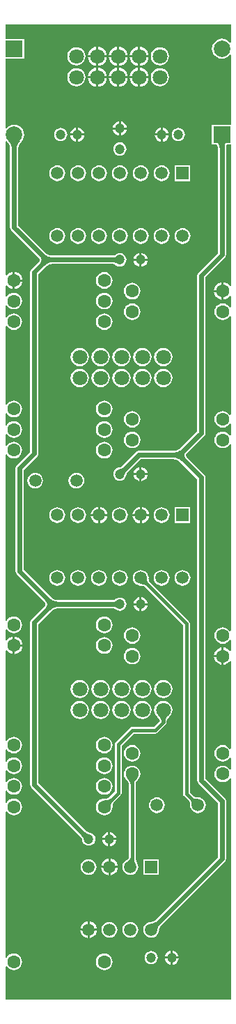
<source format=gtl>
G04 Layer_Physical_Order=1*
G04 Layer_Color=255*
%FSLAX25Y25*%
%MOIN*%
G70*
G01*
G75*
%ADD10C,0.01575*%
%ADD11C,0.02362*%
%ADD12C,0.07087*%
%ADD13C,0.04724*%
%ADD14C,0.07087*%
%ADD15R,0.05906X0.05906*%
%ADD16C,0.05906*%
%ADD17C,0.06299*%
%ADD18C,0.05906*%
%ADD19R,0.07874X0.07874*%
%ADD20C,0.07874*%
G36*
X110799Y414437D02*
X110598Y414366D01*
X110421Y414248D01*
X110268Y414083D01*
X110138Y413870D01*
X110031Y413610D01*
X109949Y413303D01*
X109890Y412949D01*
X109854Y412547D01*
X109843Y412099D01*
X107480D01*
X107468Y412547D01*
X107433Y412949D01*
X107374Y413303D01*
X107291Y413610D01*
X107185Y413870D01*
X107055Y414083D01*
X106902Y414248D01*
X106724Y414366D01*
X106524Y414437D01*
X106299Y414461D01*
X111024D01*
X110799Y414437D01*
D02*
G37*
G36*
X26719Y196629D02*
X27074Y196345D01*
X27442Y196094D01*
X27825Y195877D01*
X28221Y195693D01*
X28631Y195543D01*
X29055Y195426D01*
X29493Y195342D01*
X29945Y195292D01*
X30411Y195276D01*
Y192913D01*
X29945Y192897D01*
X29493Y192847D01*
X29055Y192763D01*
X28631Y192646D01*
X28221Y192496D01*
X27825Y192312D01*
X27442Y192095D01*
X27074Y191844D01*
X26719Y191560D01*
X26378Y191243D01*
X24218Y192424D01*
X24519Y192758D01*
X24753Y193092D01*
X24920Y193426D01*
X25020Y193760D01*
X25054Y194095D01*
X25020Y194429D01*
X24920Y194763D01*
X24753Y195097D01*
X24519Y195431D01*
X24218Y195765D01*
X26378Y196946D01*
X26719Y196629D01*
D02*
G37*
G36*
X11709Y415263D02*
X11441Y414948D01*
X11205Y414628D01*
X11000Y414304D01*
X10827Y413976D01*
X10685Y413643D01*
X10575Y413306D01*
X10496Y412964D01*
X10449Y412618D01*
X10433Y412268D01*
X8071D01*
X8055Y412618D01*
X8008Y412964D01*
X7929Y413306D01*
X7819Y413643D01*
X7677Y413976D01*
X7504Y414304D01*
X7299Y414628D01*
X7063Y414948D01*
X6795Y415263D01*
X6496Y415574D01*
X12008D01*
X11709Y415263D01*
D02*
G37*
G36*
X78844Y40874D02*
X78642Y40660D01*
X78462Y40443D01*
X78304Y40222D01*
X78167Y39997D01*
X78051Y39768D01*
X77957Y39536D01*
X77884Y39301D01*
X77833Y39062D01*
X77803Y38819D01*
X77795Y38573D01*
X74872Y41496D01*
X75118Y41504D01*
X75361Y41534D01*
X75600Y41585D01*
X75836Y41658D01*
X76068Y41752D01*
X76296Y41868D01*
X76521Y42005D01*
X76742Y42163D01*
X76960Y42343D01*
X77174Y42545D01*
X78844Y40874D01*
D02*
G37*
G36*
X43451Y84997D02*
X43801Y84701D01*
X43968Y84581D01*
X44130Y84479D01*
X44286Y84396D01*
X44437Y84332D01*
X44583Y84287D01*
X44723Y84260D01*
X44858Y84252D01*
X42520Y81913D01*
X42512Y82048D01*
X42485Y82189D01*
X42440Y82334D01*
X42375Y82485D01*
X42293Y82642D01*
X42191Y82803D01*
X42071Y82970D01*
X41932Y83143D01*
X41598Y83503D01*
X43268Y85174D01*
X43451Y84997D01*
D02*
G37*
G36*
X63126Y257913D02*
X62950Y257730D01*
X62653Y257380D01*
X62533Y257213D01*
X62432Y257051D01*
X62349Y256895D01*
X62285Y256744D01*
X62239Y256598D01*
X62213Y256458D01*
X62205Y256323D01*
X59866Y258661D01*
X60001Y258669D01*
X60141Y258696D01*
X60287Y258741D01*
X60438Y258806D01*
X60594Y258889D01*
X60756Y258990D01*
X60923Y259110D01*
X61095Y259249D01*
X61456Y259583D01*
X63126Y257913D01*
D02*
G37*
G36*
X91530Y267025D02*
X91229Y266691D01*
X90995Y266356D01*
X90828Y266022D01*
X90728Y265688D01*
X90694Y265354D01*
X90728Y265020D01*
X90828Y264686D01*
X90995Y264352D01*
X91229Y264018D01*
X91530Y263684D01*
X89370Y262503D01*
X89029Y262820D01*
X88674Y263104D01*
X88306Y263355D01*
X87923Y263572D01*
X87527Y263756D01*
X87117Y263906D01*
X86693Y264023D01*
X86255Y264106D01*
X85803Y264157D01*
X85338Y264173D01*
Y266535D01*
X85803Y266552D01*
X86255Y266602D01*
X86693Y266686D01*
X87117Y266803D01*
X87527Y266953D01*
X87923Y267137D01*
X88306Y267354D01*
X88674Y267604D01*
X89029Y267888D01*
X89370Y268206D01*
X91530Y267025D01*
D02*
G37*
G36*
X23963Y361195D02*
X24318Y360911D01*
X24687Y360661D01*
X25069Y360444D01*
X25465Y360260D01*
X25875Y360110D01*
X26300Y359993D01*
X26737Y359909D01*
X27189Y359859D01*
X27655Y359842D01*
Y357480D01*
X27189Y357464D01*
X26737Y357414D01*
X26300Y357330D01*
X25875Y357213D01*
X25465Y357063D01*
X25069Y356879D01*
X24687Y356662D01*
X24318Y356411D01*
X23963Y356127D01*
X23622Y355810D01*
X21463Y356991D01*
X21763Y357325D01*
X21997Y357659D01*
X22164Y357993D01*
X22264Y358327D01*
X22298Y358661D01*
X22264Y358996D01*
X22164Y359330D01*
X21997Y359664D01*
X21763Y359998D01*
X21463Y360332D01*
X23622Y361513D01*
X23963Y361195D01*
D02*
G37*
G36*
X58156Y192441D02*
X58054Y192531D01*
X57936Y192611D01*
X57801Y192682D01*
X57649Y192743D01*
X57480Y192795D01*
X57294Y192838D01*
X57091Y192871D01*
X56871Y192894D01*
X56379Y192913D01*
Y195276D01*
X56634Y195280D01*
X57091Y195318D01*
X57294Y195351D01*
X57480Y195394D01*
X57649Y195446D01*
X57801Y195507D01*
X57936Y195578D01*
X58054Y195658D01*
X58156Y195748D01*
Y192441D01*
D02*
G37*
G36*
Y357008D02*
X58054Y357098D01*
X57936Y357178D01*
X57801Y357249D01*
X57649Y357310D01*
X57480Y357362D01*
X57294Y357405D01*
X57091Y357438D01*
X56871Y357461D01*
X56379Y357480D01*
Y359842D01*
X56634Y359847D01*
X57091Y359885D01*
X57294Y359918D01*
X57480Y359961D01*
X57649Y360013D01*
X57801Y360074D01*
X57936Y360145D01*
X58054Y360225D01*
X58156Y360315D01*
Y357008D01*
D02*
G37*
G36*
X112969Y462535D02*
X112469Y462365D01*
X112031Y462936D01*
X111044Y463694D01*
X109895Y464170D01*
X108661Y464332D01*
X107428Y464170D01*
X106279Y463694D01*
X105292Y462936D01*
X104535Y461949D01*
X104059Y460800D01*
X103896Y459567D01*
X104059Y458334D01*
X104535Y457184D01*
X105292Y456197D01*
X106279Y455440D01*
X107428Y454964D01*
X108661Y454802D01*
X109895Y454964D01*
X111044Y455440D01*
X112031Y456197D01*
X112469Y456768D01*
X112969Y456599D01*
Y423110D01*
X103937D01*
Y413661D01*
X106225D01*
X106346Y413649D01*
X106363Y413643D01*
X106378Y413633D01*
X106412Y413595D01*
X106466Y413507D01*
X106529Y413353D01*
X106589Y413133D01*
X106636Y412848D01*
X106654Y412640D01*
Y361855D01*
X97400Y352600D01*
X96965Y351949D01*
X96812Y351181D01*
Y276816D01*
X88447Y268451D01*
X88197Y268251D01*
X87881Y268036D01*
X87555Y267851D01*
X87219Y267695D01*
X86871Y267568D01*
X86510Y267468D01*
X86135Y267397D01*
X85817Y267361D01*
X68898D01*
X68130Y267209D01*
X67478Y266774D01*
X60527Y259822D01*
X60436Y259749D01*
X60308Y259656D01*
X60192Y259584D01*
X60093Y259531D01*
X60010Y259496D01*
X59946Y259476D01*
X59903Y259468D01*
X59842Y259476D01*
X59020Y259368D01*
X58254Y259050D01*
X57596Y258545D01*
X57091Y257888D01*
X56774Y257121D01*
X56666Y256299D01*
X56774Y255477D01*
X57091Y254711D01*
X57596Y254053D01*
X58254Y253548D01*
X59020Y253231D01*
X59842Y253122D01*
X60665Y253231D01*
X61431Y253548D01*
X62089Y254053D01*
X62594Y254711D01*
X62911Y255477D01*
X63019Y256299D01*
X63011Y256360D01*
X63019Y256403D01*
X63039Y256467D01*
X63074Y256549D01*
X63127Y256649D01*
X63200Y256764D01*
X63287Y256885D01*
X63397Y257015D01*
X69729Y263347D01*
X85817D01*
X86135Y263312D01*
X86510Y263240D01*
X86871Y263141D01*
X87219Y263013D01*
X87555Y262857D01*
X87881Y262673D01*
X88197Y262458D01*
X88447Y262258D01*
X96812Y253893D01*
Y109843D01*
X96965Y109074D01*
X97400Y108423D01*
X106654Y99169D01*
Y73194D01*
X76302Y42841D01*
X76252Y42799D01*
X76077Y42675D01*
X75905Y42570D01*
X75735Y42483D01*
X75566Y42415D01*
X75397Y42363D01*
X75228Y42326D01*
X75056Y42305D01*
X74949Y42302D01*
X74843Y42316D01*
X73866Y42187D01*
X72956Y41810D01*
X72175Y41211D01*
X71575Y40429D01*
X71199Y39520D01*
X71070Y38543D01*
X71199Y37567D01*
X71575Y36657D01*
X72175Y35876D01*
X72956Y35276D01*
X73866Y34899D01*
X74843Y34771D01*
X75819Y34899D01*
X76729Y35276D01*
X77510Y35876D01*
X78110Y36657D01*
X78486Y37567D01*
X78615Y38543D01*
X78601Y38649D01*
X78605Y38757D01*
X78626Y38929D01*
X78662Y39098D01*
X78714Y39267D01*
X78782Y39435D01*
X78869Y39606D01*
X78974Y39778D01*
X79099Y39952D01*
X79140Y40003D01*
X110081Y70943D01*
X110516Y71594D01*
X110669Y72362D01*
Y100000D01*
X110516Y100768D01*
X110081Y101419D01*
X100826Y110674D01*
Y254724D01*
X100673Y255492D01*
X100238Y256144D01*
X91848Y264534D01*
X91687Y264764D01*
X91577Y264983D01*
X91519Y265177D01*
X91501Y265354D01*
X91519Y265532D01*
X91577Y265725D01*
X91687Y265945D01*
X91848Y266175D01*
X100238Y274565D01*
X100673Y275216D01*
X100826Y275984D01*
Y350350D01*
X110081Y359604D01*
X110516Y360256D01*
X110669Y361024D01*
Y412640D01*
X110687Y412848D01*
X110734Y413133D01*
X110794Y413353D01*
X110856Y413507D01*
X110911Y413595D01*
X110945Y413633D01*
X110960Y413643D01*
X110977Y413649D01*
X111098Y413661D01*
X112969D01*
Y346238D01*
X112469Y346068D01*
X112015Y346660D01*
X111148Y347325D01*
X110138Y347744D01*
X109555Y347820D01*
Y343701D01*
Y339581D01*
X110138Y339658D01*
X111148Y340076D01*
X112015Y340741D01*
X112469Y341333D01*
X112969Y341164D01*
Y336147D01*
X112523Y335874D01*
X112469Y335876D01*
X111863Y336666D01*
X111041Y337297D01*
X110083Y337694D01*
X109055Y337829D01*
X108027Y337694D01*
X107070Y337297D01*
X106247Y336666D01*
X105616Y335844D01*
X105219Y334886D01*
X105084Y333858D01*
X105219Y332831D01*
X105616Y331873D01*
X106247Y331050D01*
X107070Y330419D01*
X108027Y330023D01*
X109055Y329887D01*
X110083Y330023D01*
X111041Y330419D01*
X111863Y331050D01*
X112469Y331840D01*
X112523Y331842D01*
X112969Y331569D01*
Y284769D01*
X112523Y284496D01*
X112469Y284499D01*
X111863Y285288D01*
X111041Y285919D01*
X110083Y286316D01*
X109055Y286451D01*
X108027Y286316D01*
X107070Y285919D01*
X106247Y285288D01*
X105616Y284466D01*
X105219Y283508D01*
X105084Y282480D01*
X105219Y281453D01*
X105616Y280495D01*
X106247Y279672D01*
X107070Y279041D01*
X108027Y278645D01*
X109055Y278509D01*
X110083Y278645D01*
X111041Y279041D01*
X111863Y279672D01*
X112469Y280462D01*
X112523Y280464D01*
X112969Y280191D01*
Y274927D01*
X112523Y274654D01*
X112469Y274656D01*
X111863Y275446D01*
X111041Y276077D01*
X110083Y276473D01*
X109055Y276609D01*
X108027Y276473D01*
X107070Y276077D01*
X106247Y275446D01*
X105616Y274623D01*
X105219Y273666D01*
X105084Y272638D01*
X105219Y271610D01*
X105616Y270652D01*
X106247Y269830D01*
X107070Y269199D01*
X108027Y268802D01*
X109055Y268667D01*
X110083Y268802D01*
X111041Y269199D01*
X111863Y269830D01*
X112469Y270620D01*
X112523Y270622D01*
X112969Y270349D01*
Y181423D01*
X112523Y181150D01*
X112469Y181152D01*
X111863Y181942D01*
X111041Y182573D01*
X110083Y182969D01*
X109055Y183105D01*
X108027Y182969D01*
X107070Y182573D01*
X106247Y181942D01*
X105616Y181119D01*
X105219Y180162D01*
X105084Y179134D01*
X105219Y178106D01*
X105616Y177148D01*
X106247Y176326D01*
X107070Y175695D01*
X108027Y175298D01*
X109055Y175163D01*
X110083Y175298D01*
X111041Y175695D01*
X111863Y176326D01*
X112469Y177116D01*
X112523Y177118D01*
X112969Y176845D01*
Y171828D01*
X112469Y171659D01*
X112015Y172251D01*
X111148Y172916D01*
X110138Y173334D01*
X109555Y173411D01*
Y169291D01*
Y165172D01*
X110138Y165249D01*
X111148Y165667D01*
X112015Y166332D01*
X112469Y166924D01*
X112969Y166754D01*
Y125124D01*
X112523Y124851D01*
X112469Y124853D01*
X111863Y125643D01*
X111041Y126274D01*
X110083Y126670D01*
X109055Y126806D01*
X108027Y126670D01*
X107070Y126274D01*
X106247Y125643D01*
X105616Y124820D01*
X105219Y123862D01*
X105084Y122835D01*
X105219Y121807D01*
X105616Y120849D01*
X106247Y120027D01*
X107070Y119396D01*
X108027Y118999D01*
X109055Y118864D01*
X110083Y118999D01*
X111041Y119396D01*
X111863Y120027D01*
X112469Y120817D01*
X112523Y120819D01*
X112969Y120546D01*
Y115281D01*
X112523Y115008D01*
X112469Y115010D01*
X111863Y115800D01*
X111041Y116431D01*
X110083Y116828D01*
X109055Y116963D01*
X108027Y116828D01*
X107070Y116431D01*
X106247Y115800D01*
X105616Y114978D01*
X105219Y114020D01*
X105084Y112992D01*
X105219Y111964D01*
X105616Y111007D01*
X106247Y110184D01*
X107070Y109553D01*
X108027Y109157D01*
X109055Y109021D01*
X110083Y109157D01*
X111041Y109553D01*
X111863Y110184D01*
X112469Y110974D01*
X112523Y110976D01*
X112969Y110703D01*
Y5141D01*
X5141D01*
Y20939D01*
X5588Y21212D01*
X5641Y21210D01*
X6247Y20421D01*
X7070Y19789D01*
X8027Y19393D01*
X9055Y19257D01*
X10083Y19393D01*
X11041Y19789D01*
X11863Y20421D01*
X12494Y21243D01*
X12891Y22201D01*
X13026Y23228D01*
X12891Y24256D01*
X12494Y25214D01*
X11863Y26036D01*
X11041Y26667D01*
X10083Y27064D01*
X9055Y27199D01*
X8027Y27064D01*
X7070Y26667D01*
X6247Y26036D01*
X5641Y25247D01*
X5588Y25244D01*
X5141Y25517D01*
Y94955D01*
X5588Y95228D01*
X5641Y95226D01*
X6247Y94436D01*
X7070Y93805D01*
X8027Y93409D01*
X9055Y93273D01*
X10083Y93409D01*
X11041Y93805D01*
X11863Y94436D01*
X12494Y95259D01*
X12891Y96216D01*
X13026Y97244D01*
X12891Y98272D01*
X12494Y99230D01*
X11863Y100052D01*
X11041Y100683D01*
X10083Y101080D01*
X9055Y101215D01*
X8027Y101080D01*
X7070Y100683D01*
X6247Y100052D01*
X5641Y99262D01*
X5588Y99260D01*
X5141Y99533D01*
Y104798D01*
X5588Y105071D01*
X5641Y105068D01*
X6247Y104279D01*
X7070Y103648D01*
X8027Y103251D01*
X9055Y103116D01*
X10083Y103251D01*
X11041Y103648D01*
X11863Y104279D01*
X12494Y105101D01*
X12891Y106059D01*
X13026Y107087D01*
X12891Y108114D01*
X12494Y109072D01*
X11863Y109895D01*
X11041Y110526D01*
X10083Y110922D01*
X9055Y111058D01*
X8027Y110922D01*
X7070Y110526D01*
X6247Y109895D01*
X5641Y109105D01*
X5588Y109103D01*
X5141Y109376D01*
Y114640D01*
X5588Y114913D01*
X5641Y114911D01*
X6247Y114121D01*
X7070Y113490D01*
X8027Y113093D01*
X9055Y112958D01*
X10083Y113093D01*
X11041Y113490D01*
X11863Y114121D01*
X12494Y114944D01*
X12891Y115901D01*
X13026Y116929D01*
X12891Y117957D01*
X12494Y118915D01*
X11863Y119737D01*
X11041Y120368D01*
X10083Y120765D01*
X9055Y120900D01*
X8027Y120765D01*
X7070Y120368D01*
X6247Y119737D01*
X5641Y118947D01*
X5588Y118945D01*
X5141Y119218D01*
Y124483D01*
X5588Y124756D01*
X5641Y124753D01*
X6247Y123964D01*
X7070Y123333D01*
X8027Y122936D01*
X9055Y122801D01*
X10083Y122936D01*
X11041Y123333D01*
X11863Y123964D01*
X12494Y124786D01*
X12891Y125744D01*
X13026Y126772D01*
X12891Y127799D01*
X12494Y128757D01*
X11863Y129580D01*
X11041Y130211D01*
X10083Y130607D01*
X9055Y130743D01*
X8027Y130607D01*
X7070Y130211D01*
X6247Y129580D01*
X5641Y128790D01*
X5588Y128788D01*
X5141Y129061D01*
Y171872D01*
X5641Y172042D01*
X6096Y171450D01*
X6962Y170785D01*
X7972Y170367D01*
X8555Y170290D01*
Y174409D01*
Y178529D01*
X7972Y178452D01*
X6962Y178034D01*
X6096Y177369D01*
X5641Y176777D01*
X5141Y176947D01*
Y181963D01*
X5588Y182236D01*
X5641Y182234D01*
X6247Y181444D01*
X7070Y180813D01*
X8027Y180416D01*
X9055Y180281D01*
X10083Y180416D01*
X11041Y180813D01*
X11863Y181444D01*
X12494Y182266D01*
X12891Y183224D01*
X13026Y184252D01*
X12891Y185280D01*
X12494Y186238D01*
X11863Y187060D01*
X11041Y187691D01*
X10083Y188088D01*
X9055Y188223D01*
X8027Y188088D01*
X7070Y187691D01*
X6247Y187060D01*
X5641Y186270D01*
X5588Y186268D01*
X5141Y186541D01*
Y265427D01*
X5588Y265701D01*
X5641Y265698D01*
X6247Y264909D01*
X7070Y264278D01*
X8027Y263881D01*
X9055Y263746D01*
X10083Y263881D01*
X11041Y264278D01*
X11863Y264909D01*
X12494Y265731D01*
X12891Y266689D01*
X13026Y267717D01*
X12891Y268744D01*
X12494Y269702D01*
X11863Y270524D01*
X11041Y271156D01*
X10083Y271552D01*
X9055Y271688D01*
X8027Y271552D01*
X7070Y271156D01*
X6247Y270524D01*
X5641Y269735D01*
X5588Y269733D01*
X5141Y270006D01*
Y275270D01*
X5588Y275543D01*
X5641Y275541D01*
X6247Y274751D01*
X7070Y274120D01*
X8027Y273723D01*
X9055Y273588D01*
X10083Y273723D01*
X11041Y274120D01*
X11863Y274751D01*
X12494Y275574D01*
X12891Y276531D01*
X13026Y277559D01*
X12891Y278587D01*
X12494Y279544D01*
X11863Y280367D01*
X11041Y280998D01*
X10083Y281395D01*
X9055Y281530D01*
X8027Y281395D01*
X7070Y280998D01*
X6247Y280367D01*
X5641Y279577D01*
X5588Y279575D01*
X5141Y279848D01*
Y285112D01*
X5588Y285385D01*
X5641Y285383D01*
X6247Y284594D01*
X7070Y283963D01*
X8027Y283566D01*
X9055Y283431D01*
X10083Y283566D01*
X11041Y283963D01*
X11863Y284594D01*
X12494Y285416D01*
X12891Y286374D01*
X13026Y287402D01*
X12891Y288429D01*
X12494Y289387D01*
X11863Y290210D01*
X11041Y290841D01*
X10083Y291237D01*
X9055Y291372D01*
X8027Y291237D01*
X7070Y290841D01*
X6247Y290210D01*
X5641Y289420D01*
X5588Y289418D01*
X5141Y289691D01*
Y326845D01*
X5588Y327118D01*
X5641Y327116D01*
X6247Y326326D01*
X7070Y325695D01*
X8027Y325298D01*
X9055Y325163D01*
X10083Y325298D01*
X11041Y325695D01*
X11863Y326326D01*
X12494Y327148D01*
X12891Y328106D01*
X13026Y329134D01*
X12891Y330162D01*
X12494Y331119D01*
X11863Y331942D01*
X11041Y332573D01*
X10083Y332969D01*
X9055Y333105D01*
X8027Y332969D01*
X7070Y332573D01*
X6247Y331942D01*
X5641Y331152D01*
X5588Y331150D01*
X5141Y331423D01*
Y336687D01*
X5588Y336960D01*
X5641Y336958D01*
X6247Y336169D01*
X7070Y335537D01*
X8027Y335141D01*
X9055Y335005D01*
X10083Y335141D01*
X11041Y335537D01*
X11863Y336169D01*
X12494Y336991D01*
X12891Y337949D01*
X13026Y338976D01*
X12891Y340004D01*
X12494Y340962D01*
X11863Y341784D01*
X11041Y342415D01*
X10083Y342812D01*
X9055Y342947D01*
X8027Y342812D01*
X7070Y342415D01*
X6247Y341784D01*
X5641Y340995D01*
X5588Y340992D01*
X5141Y341265D01*
Y346282D01*
X5641Y346451D01*
X6096Y345859D01*
X6962Y345194D01*
X7972Y344776D01*
X8555Y344699D01*
Y348819D01*
Y352939D01*
X7972Y352862D01*
X6962Y352444D01*
X6096Y351778D01*
X5641Y351186D01*
X5141Y351356D01*
Y415205D01*
X5615Y415365D01*
X5883Y415016D01*
X6021Y414910D01*
X6199Y414725D01*
X6434Y414449D01*
X6636Y414175D01*
X6808Y413902D01*
X6952Y413631D01*
X7067Y413361D01*
X7155Y413090D01*
X7217Y412819D01*
X7245Y412618D01*
Y374213D01*
X7398Y373445D01*
X7833Y372793D01*
X21144Y359482D01*
X21305Y359252D01*
X21415Y359033D01*
X21473Y358839D01*
X21491Y358661D01*
X21473Y358484D01*
X21415Y358290D01*
X21305Y358071D01*
X21144Y357841D01*
X17478Y354175D01*
X17043Y353524D01*
X16891Y352756D01*
Y266973D01*
X10392Y260474D01*
X9957Y259823D01*
X9804Y259055D01*
Y209842D01*
X9957Y209074D01*
X10392Y208423D01*
X10392Y208423D01*
X23900Y194915D01*
X24061Y194685D01*
X24171Y194466D01*
X24229Y194272D01*
X24247Y194095D01*
X24229Y193917D01*
X24171Y193723D01*
X24061Y193504D01*
X23900Y193274D01*
X17478Y186852D01*
X17043Y186201D01*
X16891Y185433D01*
Y107874D01*
X17043Y107106D01*
X17478Y106455D01*
X41359Y82574D01*
X41432Y82483D01*
X41525Y82355D01*
X41597Y82240D01*
X41650Y82140D01*
X41685Y82057D01*
X41705Y81994D01*
X41713Y81951D01*
X41705Y81890D01*
X41813Y81068D01*
X42131Y80301D01*
X42636Y79643D01*
X43293Y79139D01*
X44060Y78821D01*
X44882Y78713D01*
X45704Y78821D01*
X46470Y79139D01*
X47128Y79643D01*
X47633Y80301D01*
X47950Y81068D01*
X48059Y81890D01*
X47950Y82712D01*
X47633Y83478D01*
X47128Y84136D01*
X46470Y84641D01*
X45704Y84958D01*
X44882Y85067D01*
X44821Y85058D01*
X44778Y85067D01*
X44714Y85087D01*
X44632Y85122D01*
X44532Y85175D01*
X44417Y85247D01*
X44296Y85334D01*
X44166Y85444D01*
X20905Y108705D01*
Y184602D01*
X27301Y190998D01*
X27551Y191198D01*
X27867Y191413D01*
X28192Y191598D01*
X28529Y191753D01*
X28877Y191881D01*
X29238Y191981D01*
X29613Y192052D01*
X29931Y192087D01*
X56867D01*
X56983Y192075D01*
X57140Y192050D01*
X57272Y192019D01*
X57380Y191986D01*
X57464Y191952D01*
X57523Y191921D01*
X57559Y191897D01*
X57596Y191848D01*
X58254Y191343D01*
X59020Y191026D01*
X59842Y190918D01*
X60665Y191026D01*
X61431Y191343D01*
X62089Y191848D01*
X62594Y192506D01*
X62911Y193272D01*
X63019Y194095D01*
X62911Y194917D01*
X62594Y195683D01*
X62089Y196341D01*
X61431Y196846D01*
X60665Y197163D01*
X59842Y197271D01*
X59020Y197163D01*
X58254Y196846D01*
X57596Y196341D01*
X57559Y196292D01*
X57523Y196268D01*
X57464Y196237D01*
X57380Y196203D01*
X57272Y196170D01*
X57140Y196140D01*
X56993Y196116D01*
X56823Y196102D01*
X29931D01*
X29613Y196137D01*
X29238Y196209D01*
X28877Y196308D01*
X28529Y196435D01*
X28192Y196591D01*
X27867Y196776D01*
X27551Y196991D01*
X27301Y197191D01*
X13818Y210674D01*
Y258224D01*
X20317Y264722D01*
X20752Y265374D01*
X20905Y266142D01*
Y351924D01*
X24545Y355565D01*
X24795Y355765D01*
X25111Y355980D01*
X25437Y356165D01*
X25773Y356320D01*
X26121Y356448D01*
X26482Y356547D01*
X26857Y356619D01*
X27175Y356654D01*
X56867D01*
X56983Y356642D01*
X57140Y356616D01*
X57272Y356586D01*
X57380Y356553D01*
X57464Y356519D01*
X57523Y356488D01*
X57559Y356464D01*
X57596Y356415D01*
X58254Y355910D01*
X59020Y355593D01*
X59842Y355485D01*
X60665Y355593D01*
X61431Y355910D01*
X62089Y356415D01*
X62594Y357073D01*
X62911Y357839D01*
X63019Y358661D01*
X62911Y359484D01*
X62594Y360250D01*
X62089Y360908D01*
X61431Y361413D01*
X60665Y361730D01*
X59842Y361838D01*
X59020Y361730D01*
X58254Y361413D01*
X57596Y360908D01*
X57559Y360859D01*
X57523Y360835D01*
X57464Y360804D01*
X57380Y360770D01*
X57272Y360737D01*
X57140Y360706D01*
X56993Y360683D01*
X56823Y360668D01*
X27175D01*
X26857Y360704D01*
X26482Y360775D01*
X26121Y360875D01*
X25773Y361002D01*
X25437Y361158D01*
X25111Y361343D01*
X24795Y361558D01*
X24545Y361758D01*
X11259Y375044D01*
Y412618D01*
X11287Y412819D01*
X11349Y413090D01*
X11437Y413361D01*
X11552Y413631D01*
X11695Y413902D01*
X11868Y414175D01*
X12071Y414449D01*
X12304Y414725D01*
X12483Y414910D01*
X12621Y415016D01*
X13379Y416003D01*
X13855Y417153D01*
X14017Y418386D01*
X13855Y419619D01*
X13379Y420768D01*
X12621Y421755D01*
X11635Y422513D01*
X10485Y422989D01*
X9252Y423151D01*
X8019Y422989D01*
X6869Y422513D01*
X5883Y421755D01*
X5615Y421406D01*
X5141Y421567D01*
Y454843D01*
X13976D01*
Y464291D01*
X5141D01*
Y471237D01*
X112969D01*
Y462535D01*
D02*
G37*
%LPC*%
G36*
X59842Y210426D02*
X58866Y210297D01*
X57956Y209921D01*
X57175Y209321D01*
X56576Y208540D01*
X56199Y207630D01*
X56070Y206654D01*
X56199Y205677D01*
X56576Y204767D01*
X57175Y203986D01*
X57956Y203387D01*
X58866Y203010D01*
X59842Y202881D01*
X60819Y203010D01*
X61729Y203387D01*
X62510Y203986D01*
X63109Y204767D01*
X63486Y205677D01*
X63615Y206654D01*
X63486Y207630D01*
X63109Y208540D01*
X62510Y209321D01*
X61729Y209921D01*
X60819Y210297D01*
X59842Y210426D01*
D02*
G37*
G36*
X87971Y24697D02*
X85146D01*
Y21871D01*
X85523Y21921D01*
X86341Y22260D01*
X87044Y22799D01*
X87582Y23501D01*
X87921Y24319D01*
X87971Y24697D01*
D02*
G37*
G36*
X39843Y210426D02*
X38866Y210297D01*
X37956Y209921D01*
X37175Y209321D01*
X36575Y208540D01*
X36199Y207630D01*
X36070Y206654D01*
X36199Y205677D01*
X36575Y204767D01*
X37175Y203986D01*
X37956Y203387D01*
X38866Y203010D01*
X39843Y202881D01*
X40819Y203010D01*
X41729Y203387D01*
X42510Y203986D01*
X43110Y204767D01*
X43486Y205677D01*
X43615Y206654D01*
X43486Y207630D01*
X43110Y208540D01*
X42510Y209321D01*
X41729Y209921D01*
X40819Y210297D01*
X39843Y210426D01*
D02*
G37*
G36*
X49843D02*
X48866Y210297D01*
X47956Y209921D01*
X47175Y209321D01*
X46575Y208540D01*
X46199Y207630D01*
X46070Y206654D01*
X46199Y205677D01*
X46575Y204767D01*
X47175Y203986D01*
X47956Y203387D01*
X48866Y203010D01*
X49843Y202881D01*
X50819Y203010D01*
X51729Y203387D01*
X52510Y203986D01*
X53110Y204767D01*
X53486Y205677D01*
X53615Y206654D01*
X53486Y207630D01*
X53110Y208540D01*
X52510Y209321D01*
X51729Y209921D01*
X50819Y210297D01*
X49843Y210426D01*
D02*
G37*
G36*
X84146Y24697D02*
X81320D01*
X81370Y24319D01*
X81709Y23501D01*
X82248Y22799D01*
X82950Y22260D01*
X83768Y21921D01*
X84146Y21871D01*
Y24697D01*
D02*
G37*
G36*
X49343Y236154D02*
X45921D01*
X45992Y235622D01*
X46390Y234660D01*
X47023Y233834D01*
X47849Y233201D01*
X48811Y232803D01*
X49343Y232733D01*
Y236154D01*
D02*
G37*
G36*
X53764D02*
X50343D01*
Y232733D01*
X50874Y232803D01*
X51836Y233201D01*
X52662Y233834D01*
X53295Y234660D01*
X53693Y235622D01*
X53764Y236154D01*
D02*
G37*
G36*
X79843Y210426D02*
X78866Y210297D01*
X77956Y209921D01*
X77175Y209321D01*
X76575Y208540D01*
X76199Y207630D01*
X76070Y206654D01*
X76199Y205677D01*
X76575Y204767D01*
X77175Y203986D01*
X77956Y203387D01*
X78866Y203010D01*
X79843Y202881D01*
X80819Y203010D01*
X81729Y203387D01*
X82510Y203986D01*
X83109Y204767D01*
X83486Y205677D01*
X83615Y206654D01*
X83486Y207630D01*
X83109Y208540D01*
X82510Y209321D01*
X81729Y209921D01*
X80819Y210297D01*
X79843Y210426D01*
D02*
G37*
G36*
X89842D02*
X88866Y210297D01*
X87956Y209921D01*
X87175Y209321D01*
X86576Y208540D01*
X86199Y207630D01*
X86070Y206654D01*
X86199Y205677D01*
X86576Y204767D01*
X87175Y203986D01*
X87956Y203387D01*
X88866Y203010D01*
X89842Y202881D01*
X90819Y203010D01*
X91729Y203387D01*
X92510Y203986D01*
X93110Y204767D01*
X93486Y205677D01*
X93615Y206654D01*
X93486Y207630D01*
X93110Y208540D01*
X92510Y209321D01*
X91729Y209921D01*
X90819Y210297D01*
X89842Y210426D01*
D02*
G37*
G36*
X29842D02*
X28866Y210297D01*
X27956Y209921D01*
X27175Y209321D01*
X26575Y208540D01*
X26199Y207630D01*
X26070Y206654D01*
X26199Y205677D01*
X26575Y204767D01*
X27175Y203986D01*
X27956Y203387D01*
X28866Y203010D01*
X29842Y202881D01*
X30819Y203010D01*
X31729Y203387D01*
X32510Y203986D01*
X33110Y204767D01*
X33486Y205677D01*
X33615Y206654D01*
X33486Y207630D01*
X33110Y208540D01*
X32510Y209321D01*
X31729Y209921D01*
X30819Y210297D01*
X29842Y210426D01*
D02*
G37*
G36*
X52362Y188223D02*
X51335Y188088D01*
X50377Y187691D01*
X49554Y187060D01*
X48923Y186238D01*
X48526Y185280D01*
X48391Y184252D01*
X48526Y183224D01*
X48923Y182266D01*
X49554Y181444D01*
X50377Y180813D01*
X51335Y180416D01*
X52362Y180281D01*
X53390Y180416D01*
X54348Y180813D01*
X55170Y181444D01*
X55801Y182266D01*
X56198Y183224D01*
X56333Y184252D01*
X56198Y185280D01*
X55801Y186238D01*
X55170Y187060D01*
X54348Y187691D01*
X53390Y188088D01*
X52362Y188223D01*
D02*
G37*
G36*
X69185Y193595D02*
X66360D01*
X66409Y193217D01*
X66748Y192399D01*
X67287Y191697D01*
X67989Y191158D01*
X68807Y190819D01*
X69185Y190769D01*
Y193595D01*
D02*
G37*
G36*
X9555Y178529D02*
Y174909D01*
X13175D01*
X13098Y175493D01*
X12680Y176502D01*
X12015Y177369D01*
X11148Y178034D01*
X10138Y178452D01*
X9555Y178529D01*
D02*
G37*
G36*
X65748Y183105D02*
X64720Y182969D01*
X63762Y182573D01*
X62940Y181942D01*
X62309Y181119D01*
X61912Y180162D01*
X61777Y179134D01*
X61912Y178106D01*
X62309Y177148D01*
X62940Y176326D01*
X63762Y175695D01*
X64720Y175298D01*
X65748Y175163D01*
X66776Y175298D01*
X67734Y175695D01*
X68556Y176326D01*
X69187Y177148D01*
X69584Y178106D01*
X69719Y179134D01*
X69584Y180162D01*
X69187Y181119D01*
X68556Y181942D01*
X67734Y182573D01*
X66776Y182969D01*
X65748Y183105D01*
D02*
G37*
G36*
X73010Y193595D02*
X70185D01*
Y190769D01*
X70563Y190819D01*
X71381Y191158D01*
X72083Y191697D01*
X72622Y192399D01*
X72961Y193217D01*
X73010Y193595D01*
D02*
G37*
G36*
X69185Y197420D02*
X68807Y197370D01*
X67989Y197031D01*
X67287Y196493D01*
X66748Y195790D01*
X66409Y194972D01*
X66360Y194595D01*
X69185D01*
Y197420D01*
D02*
G37*
G36*
X70185D02*
Y194595D01*
X73010D01*
X72961Y194972D01*
X72622Y195790D01*
X72083Y196493D01*
X71381Y197031D01*
X70563Y197370D01*
X70185Y197420D01*
D02*
G37*
G36*
X84146Y28522D02*
X83768Y28473D01*
X82950Y28134D01*
X82248Y27595D01*
X81709Y26893D01*
X81370Y26075D01*
X81320Y25697D01*
X84146D01*
Y28522D01*
D02*
G37*
G36*
X74803Y28374D02*
X73981Y28265D01*
X73215Y27948D01*
X72557Y27443D01*
X72052Y26785D01*
X71735Y26019D01*
X71626Y25197D01*
X71735Y24375D01*
X72052Y23608D01*
X72557Y22951D01*
X73215Y22446D01*
X73981Y22128D01*
X74803Y22020D01*
X75625Y22128D01*
X76392Y22446D01*
X77049Y22951D01*
X77554Y23608D01*
X77872Y24375D01*
X77980Y25197D01*
X77872Y26019D01*
X77554Y26785D01*
X77049Y27443D01*
X76392Y27948D01*
X75625Y28265D01*
X74803Y28374D01*
D02*
G37*
G36*
X38976Y256922D02*
X38000Y256793D01*
X37090Y256417D01*
X36309Y255817D01*
X35709Y255036D01*
X35333Y254126D01*
X35204Y253150D01*
X35333Y252173D01*
X35709Y251263D01*
X36309Y250482D01*
X37090Y249883D01*
X38000Y249506D01*
X38976Y249377D01*
X39953Y249506D01*
X40863Y249883D01*
X41644Y250482D01*
X42243Y251263D01*
X42620Y252173D01*
X42749Y253150D01*
X42620Y254126D01*
X42243Y255036D01*
X41644Y255817D01*
X40863Y256417D01*
X39953Y256793D01*
X38976Y256922D01*
D02*
G37*
G36*
X69185Y255799D02*
X66360D01*
X66409Y255421D01*
X66748Y254604D01*
X67287Y253901D01*
X67989Y253362D01*
X68807Y253024D01*
X69185Y252974D01*
Y255799D01*
D02*
G37*
G36*
X70342Y240575D02*
Y237154D01*
X73764D01*
X73694Y237685D01*
X73295Y238647D01*
X72662Y239473D01*
X71836Y240106D01*
X70874Y240505D01*
X70342Y240575D01*
D02*
G37*
G36*
X19291Y256922D02*
X18315Y256793D01*
X17405Y256417D01*
X16624Y255817D01*
X16024Y255036D01*
X15647Y254126D01*
X15519Y253150D01*
X15647Y252173D01*
X16024Y251263D01*
X16624Y250482D01*
X17405Y249883D01*
X18315Y249506D01*
X19291Y249377D01*
X20268Y249506D01*
X21178Y249883D01*
X21959Y250482D01*
X22558Y251263D01*
X22935Y252173D01*
X23064Y253150D01*
X22935Y254126D01*
X22558Y255036D01*
X21959Y255817D01*
X21178Y256417D01*
X20268Y256793D01*
X19291Y256922D01*
D02*
G37*
G36*
X73010Y255799D02*
X70185D01*
Y252974D01*
X70563Y253024D01*
X71381Y253362D01*
X72083Y253901D01*
X72622Y254604D01*
X72961Y255421D01*
X73010Y255799D01*
D02*
G37*
G36*
X70185Y259625D02*
Y256799D01*
X73010D01*
X72961Y257177D01*
X72622Y257995D01*
X72083Y258697D01*
X71381Y259236D01*
X70563Y259575D01*
X70185Y259625D01*
D02*
G37*
G36*
X52362Y271688D02*
X51334Y271552D01*
X50377Y271156D01*
X49554Y270524D01*
X48923Y269702D01*
X48526Y268744D01*
X48391Y267717D01*
X48526Y266689D01*
X48923Y265731D01*
X49554Y264909D01*
X50377Y264278D01*
X51334Y263881D01*
X52362Y263746D01*
X53390Y263881D01*
X54348Y264278D01*
X55170Y264909D01*
X55801Y265731D01*
X56198Y266689D01*
X56333Y267717D01*
X56198Y268744D01*
X55801Y269702D01*
X55170Y270524D01*
X54348Y271156D01*
X53390Y271552D01*
X52362Y271688D01*
D02*
G37*
G36*
X52362Y27199D02*
X51335Y27064D01*
X50377Y26667D01*
X49554Y26036D01*
X48923Y25214D01*
X48526Y24256D01*
X48391Y23228D01*
X48526Y22201D01*
X48923Y21243D01*
X49554Y20421D01*
X50377Y19789D01*
X51335Y19393D01*
X52362Y19257D01*
X53390Y19393D01*
X54348Y19789D01*
X55170Y20421D01*
X55801Y21243D01*
X56198Y22201D01*
X56333Y23228D01*
X56198Y24256D01*
X55801Y25214D01*
X55170Y26036D01*
X54348Y26667D01*
X53390Y27064D01*
X52362Y27199D01*
D02*
G37*
G36*
X69185Y259625D02*
X68807Y259575D01*
X67989Y259236D01*
X67287Y258697D01*
X66748Y257995D01*
X66409Y257177D01*
X66360Y256799D01*
X69185D01*
Y259625D01*
D02*
G37*
G36*
X69342Y240575D02*
X68811Y240505D01*
X67849Y240106D01*
X67023Y239473D01*
X66390Y238647D01*
X65991Y237685D01*
X65921Y237154D01*
X69342D01*
Y240575D01*
D02*
G37*
G36*
X29842Y240426D02*
X28866Y240297D01*
X27956Y239921D01*
X27175Y239321D01*
X26575Y238540D01*
X26199Y237630D01*
X26070Y236654D01*
X26199Y235677D01*
X26575Y234767D01*
X27175Y233986D01*
X27956Y233386D01*
X28866Y233010D01*
X29842Y232881D01*
X30819Y233010D01*
X31729Y233386D01*
X32510Y233986D01*
X33110Y234767D01*
X33486Y235677D01*
X33615Y236654D01*
X33486Y237630D01*
X33110Y238540D01*
X32510Y239321D01*
X31729Y239921D01*
X30819Y240297D01*
X29842Y240426D01*
D02*
G37*
G36*
X39843D02*
X38866Y240297D01*
X37956Y239921D01*
X37175Y239321D01*
X36575Y238540D01*
X36199Y237630D01*
X36070Y236654D01*
X36199Y235677D01*
X36575Y234767D01*
X37175Y233986D01*
X37956Y233386D01*
X38866Y233010D01*
X39843Y232881D01*
X40819Y233010D01*
X41729Y233386D01*
X42510Y233986D01*
X43110Y234767D01*
X43486Y235677D01*
X43615Y236654D01*
X43486Y237630D01*
X43110Y238540D01*
X42510Y239321D01*
X41729Y239921D01*
X40819Y240297D01*
X39843Y240426D01*
D02*
G37*
G36*
X69342Y236154D02*
X65921D01*
X65991Y235622D01*
X66390Y234660D01*
X67023Y233834D01*
X67849Y233201D01*
X68811Y232803D01*
X69342Y232733D01*
Y236154D01*
D02*
G37*
G36*
X73764D02*
X70342D01*
Y232733D01*
X70874Y232803D01*
X71836Y233201D01*
X72662Y233834D01*
X73295Y234660D01*
X73694Y235622D01*
X73764Y236154D01*
D02*
G37*
G36*
X59842Y240426D02*
X58866Y240297D01*
X57956Y239921D01*
X57175Y239321D01*
X56576Y238540D01*
X56199Y237630D01*
X56070Y236654D01*
X56199Y235677D01*
X56576Y234767D01*
X57175Y233986D01*
X57956Y233386D01*
X58866Y233010D01*
X59842Y232881D01*
X60819Y233010D01*
X61729Y233386D01*
X62510Y233986D01*
X63109Y234767D01*
X63486Y235677D01*
X63615Y236654D01*
X63486Y237630D01*
X63109Y238540D01*
X62510Y239321D01*
X61729Y239921D01*
X60819Y240297D01*
X59842Y240426D01*
D02*
G37*
G36*
X49343Y240575D02*
X48811Y240505D01*
X47849Y240106D01*
X47023Y239473D01*
X46390Y238647D01*
X45992Y237685D01*
X45921Y237154D01*
X49343D01*
Y240575D01*
D02*
G37*
G36*
X50343D02*
Y237154D01*
X53764D01*
X53693Y237685D01*
X53295Y238647D01*
X52662Y239473D01*
X51836Y240106D01*
X50874Y240505D01*
X50343Y240575D01*
D02*
G37*
G36*
X79843Y240426D02*
X78866Y240297D01*
X77956Y239921D01*
X77175Y239321D01*
X76575Y238540D01*
X76199Y237630D01*
X76070Y236654D01*
X76199Y235677D01*
X76575Y234767D01*
X77175Y233986D01*
X77956Y233386D01*
X78866Y233010D01*
X79843Y232881D01*
X80819Y233010D01*
X81729Y233386D01*
X82510Y233986D01*
X83109Y234767D01*
X83486Y235677D01*
X83615Y236654D01*
X83486Y237630D01*
X83109Y238540D01*
X82510Y239321D01*
X81729Y239921D01*
X80819Y240297D01*
X79843Y240426D01*
D02*
G37*
G36*
X93583Y240394D02*
X86102D01*
Y232913D01*
X93583D01*
Y240394D01*
D02*
G37*
G36*
X58050Y81390D02*
X55224D01*
Y78564D01*
X55602Y78614D01*
X56420Y78953D01*
X57122Y79492D01*
X57661Y80194D01*
X58000Y81012D01*
X58050Y81390D01*
D02*
G37*
G36*
X48763Y38043D02*
X45342D01*
Y34622D01*
X45874Y34692D01*
X46836Y35091D01*
X47662Y35724D01*
X48295Y36550D01*
X48693Y37511D01*
X48763Y38043D01*
D02*
G37*
G36*
X55343Y72464D02*
Y69043D01*
X58763D01*
X58693Y69575D01*
X58295Y70537D01*
X57662Y71363D01*
X56836Y71996D01*
X55874Y72394D01*
X55343Y72464D01*
D02*
G37*
G36*
X54224Y81390D02*
X51399D01*
X51449Y81012D01*
X51788Y80194D01*
X52327Y79492D01*
X53029Y78953D01*
X53847Y78614D01*
X54224Y78564D01*
Y81390D01*
D02*
G37*
G36*
Y85215D02*
X53847Y85165D01*
X53029Y84827D01*
X52327Y84288D01*
X51788Y83585D01*
X51449Y82767D01*
X51399Y82390D01*
X54224D01*
Y85215D01*
D02*
G37*
G36*
X69842Y210426D02*
X68866Y210297D01*
X67956Y209921D01*
X67175Y209321D01*
X66575Y208540D01*
X66199Y207630D01*
X66070Y206654D01*
X66199Y205677D01*
X66575Y204767D01*
X67175Y203986D01*
X67956Y203387D01*
X68866Y203010D01*
X69842Y202881D01*
X69960Y202897D01*
X70187Y202893D01*
X70471Y202873D01*
X70733Y202838D01*
X70972Y202790D01*
X71189Y202729D01*
X71384Y202656D01*
X71560Y202573D01*
X71716Y202480D01*
X71826Y202399D01*
X90127Y184099D01*
Y103543D01*
X90127Y103543D01*
X90249Y102929D01*
X90597Y102408D01*
X92990Y100015D01*
X93071Y99905D01*
X93164Y99749D01*
X93247Y99573D01*
X93319Y99378D01*
X93380Y99161D01*
X93429Y98922D01*
X93463Y98660D01*
X93484Y98376D01*
X93487Y98149D01*
X93472Y98032D01*
X93600Y97055D01*
X93977Y96145D01*
X94577Y95364D01*
X95358Y94765D01*
X96268Y94388D01*
X97244Y94259D01*
X98220Y94388D01*
X99130Y94765D01*
X99912Y95364D01*
X100511Y96145D01*
X100888Y97055D01*
X101016Y98032D01*
X100888Y99008D01*
X100511Y99918D01*
X99912Y100699D01*
X99130Y101298D01*
X98220Y101675D01*
X97244Y101804D01*
X97126Y101788D01*
X96900Y101792D01*
X96616Y101812D01*
X96354Y101847D01*
X96115Y101895D01*
X95898Y101956D01*
X95702Y102029D01*
X95527Y102112D01*
X95371Y102205D01*
X95261Y102286D01*
X93338Y104208D01*
Y184764D01*
X93338Y184764D01*
X93216Y185378D01*
X92868Y185899D01*
X92868Y185899D01*
X74097Y204670D01*
X74016Y204780D01*
X73923Y204937D01*
X73840Y205112D01*
X73768Y205307D01*
X73707Y205524D01*
X73658Y205763D01*
X73623Y206025D01*
X73603Y206310D01*
X73599Y206536D01*
X73615Y206654D01*
X73486Y207630D01*
X73110Y208540D01*
X72510Y209321D01*
X71729Y209921D01*
X70819Y210297D01*
X69842Y210426D01*
D02*
G37*
G36*
X52362Y111058D02*
X51335Y110922D01*
X50377Y110526D01*
X49554Y109895D01*
X48923Y109072D01*
X48526Y108114D01*
X48391Y107087D01*
X48526Y106059D01*
X48923Y105101D01*
X49554Y104279D01*
X50377Y103648D01*
X51335Y103251D01*
X52362Y103116D01*
X53390Y103251D01*
X54348Y103648D01*
X55170Y104279D01*
X55801Y105101D01*
X56198Y106059D01*
X56333Y107087D01*
X56198Y108114D01*
X55801Y109072D01*
X55170Y109895D01*
X54348Y110526D01*
X53390Y110922D01*
X52362Y111058D01*
D02*
G37*
G36*
X55224Y85215D02*
Y82390D01*
X58050D01*
X58000Y82767D01*
X57661Y83585D01*
X57122Y84288D01*
X56420Y84827D01*
X55602Y85165D01*
X55224Y85215D01*
D02*
G37*
G36*
X77559Y101804D02*
X76583Y101675D01*
X75673Y101298D01*
X74892Y100699D01*
X74292Y99918D01*
X73915Y99008D01*
X73787Y98032D01*
X73915Y97055D01*
X74292Y96145D01*
X74892Y95364D01*
X75673Y94765D01*
X76583Y94388D01*
X77559Y94259D01*
X78535Y94388D01*
X79445Y94765D01*
X80227Y95364D01*
X80826Y96145D01*
X81203Y97055D01*
X81331Y98032D01*
X81203Y99008D01*
X80826Y99918D01*
X80227Y100699D01*
X79445Y101298D01*
X78535Y101675D01*
X77559Y101804D01*
D02*
G37*
G36*
X54343Y72464D02*
X53811Y72394D01*
X52849Y71996D01*
X52023Y71363D01*
X51390Y70537D01*
X50991Y69575D01*
X50921Y69043D01*
X54343D01*
Y72464D01*
D02*
G37*
G36*
X44342Y42464D02*
X43811Y42394D01*
X42849Y41996D01*
X42023Y41363D01*
X41390Y40537D01*
X40992Y39575D01*
X40922Y39043D01*
X44342D01*
Y42464D01*
D02*
G37*
G36*
X45342D02*
Y39043D01*
X48763D01*
X48693Y39575D01*
X48295Y40537D01*
X47662Y41363D01*
X46836Y41996D01*
X45874Y42394D01*
X45342Y42464D01*
D02*
G37*
G36*
X64842Y42316D02*
X63866Y42187D01*
X62956Y41810D01*
X62175Y41211D01*
X61576Y40429D01*
X61199Y39520D01*
X61070Y38543D01*
X61199Y37567D01*
X61576Y36657D01*
X62175Y35876D01*
X62956Y35276D01*
X63866Y34899D01*
X64842Y34771D01*
X65819Y34899D01*
X66729Y35276D01*
X67510Y35876D01*
X68110Y36657D01*
X68486Y37567D01*
X68615Y38543D01*
X68486Y39520D01*
X68110Y40429D01*
X67510Y41211D01*
X66729Y41810D01*
X65819Y42187D01*
X64842Y42316D01*
D02*
G37*
G36*
X54843D02*
X53866Y42187D01*
X52956Y41810D01*
X52175Y41211D01*
X51575Y40429D01*
X51199Y39520D01*
X51070Y38543D01*
X51199Y37567D01*
X51575Y36657D01*
X52175Y35876D01*
X52956Y35276D01*
X53866Y34899D01*
X54843Y34771D01*
X55819Y34899D01*
X56729Y35276D01*
X57510Y35876D01*
X58109Y36657D01*
X58486Y37567D01*
X58615Y38543D01*
X58486Y39520D01*
X58109Y40429D01*
X57510Y41211D01*
X56729Y41810D01*
X55819Y42187D01*
X54843Y42316D01*
D02*
G37*
G36*
X54343Y68043D02*
X50921D01*
X50991Y67511D01*
X51390Y66550D01*
X52023Y65724D01*
X52849Y65091D01*
X53811Y64692D01*
X54343Y64622D01*
Y68043D01*
D02*
G37*
G36*
X65748Y116963D02*
X64720Y116828D01*
X63762Y116431D01*
X62940Y115800D01*
X62309Y114978D01*
X61912Y114020D01*
X61777Y112992D01*
X61912Y111964D01*
X62309Y111007D01*
X62940Y110184D01*
X63045Y110104D01*
X63222Y109921D01*
X63434Y109679D01*
X63616Y109445D01*
X63770Y109219D01*
X63895Y109002D01*
X63994Y108794D01*
X64068Y108597D01*
X64118Y108408D01*
X64142Y108257D01*
Y73061D01*
X64120Y72930D01*
X64077Y72785D01*
X64017Y72650D01*
X63939Y72521D01*
X63840Y72395D01*
X63715Y72269D01*
X63562Y72144D01*
X63378Y72022D01*
X63135Y71888D01*
X63127Y71881D01*
X62956Y71810D01*
X62175Y71211D01*
X61576Y70429D01*
X61199Y69520D01*
X61070Y68543D01*
X61199Y67567D01*
X61576Y66657D01*
X62175Y65876D01*
X62956Y65276D01*
X63866Y64899D01*
X64842Y64771D01*
X65819Y64899D01*
X66729Y65276D01*
X67510Y65876D01*
X68110Y66657D01*
X68486Y67567D01*
X68615Y68543D01*
X68486Y69520D01*
X68186Y70246D01*
X68182Y70261D01*
X68163Y70300D01*
X68110Y70429D01*
X68089Y70456D01*
X67723Y71227D01*
X67623Y71482D01*
X67455Y71994D01*
X67403Y72203D01*
X67366Y72402D01*
X67354Y72509D01*
Y108257D01*
X67378Y108408D01*
X67429Y108597D01*
X67502Y108794D01*
X67601Y109002D01*
X67726Y109219D01*
X67873Y109435D01*
X68282Y109929D01*
X68451Y110104D01*
X68556Y110184D01*
X69187Y111007D01*
X69584Y111964D01*
X69719Y112992D01*
X69584Y114020D01*
X69187Y114978D01*
X68556Y115800D01*
X67734Y116431D01*
X66776Y116828D01*
X65748Y116963D01*
D02*
G37*
G36*
X78583Y72284D02*
X71102D01*
Y64803D01*
X78583D01*
Y72284D01*
D02*
G37*
G36*
X58763Y68043D02*
X55343D01*
Y64622D01*
X55874Y64692D01*
X56836Y65091D01*
X57662Y65724D01*
X58295Y66550D01*
X58693Y67511D01*
X58763Y68043D01*
D02*
G37*
G36*
X44842Y72316D02*
X43866Y72187D01*
X42956Y71810D01*
X42175Y71211D01*
X41576Y70429D01*
X41199Y69520D01*
X41070Y68543D01*
X41199Y67567D01*
X41576Y66657D01*
X42175Y65876D01*
X42956Y65276D01*
X43866Y64899D01*
X44842Y64771D01*
X45819Y64899D01*
X46729Y65276D01*
X47510Y65876D01*
X48109Y66657D01*
X48486Y67567D01*
X48615Y68543D01*
X48486Y69520D01*
X48109Y70429D01*
X47510Y71211D01*
X46729Y71810D01*
X45819Y72187D01*
X44842Y72316D01*
D02*
G37*
G36*
X52362Y120900D02*
X51335Y120765D01*
X50377Y120368D01*
X49554Y119737D01*
X48923Y118915D01*
X48526Y117957D01*
X48391Y116929D01*
X48526Y115901D01*
X48923Y114944D01*
X49554Y114121D01*
X50377Y113490D01*
X51335Y113093D01*
X52362Y112958D01*
X53390Y113093D01*
X54348Y113490D01*
X55170Y114121D01*
X55801Y114944D01*
X56198Y115901D01*
X56333Y116929D01*
X56198Y117957D01*
X55801Y118915D01*
X55170Y119737D01*
X54348Y120368D01*
X53390Y120765D01*
X52362Y120900D01*
D02*
G37*
G36*
X108555Y168791D02*
X104936D01*
X105012Y168208D01*
X105430Y167199D01*
X106096Y166332D01*
X106962Y165667D01*
X107972Y165249D01*
X108555Y165172D01*
Y168791D01*
D02*
G37*
G36*
X44342Y38043D02*
X40922D01*
X40992Y37511D01*
X41390Y36550D01*
X42023Y35724D01*
X42849Y35091D01*
X43811Y34692D01*
X44342Y34622D01*
Y38043D01*
D02*
G37*
G36*
X70630Y157911D02*
X69499Y157763D01*
X68446Y157326D01*
X67541Y156632D01*
X66847Y155727D01*
X66411Y154674D01*
X66262Y153543D01*
X66411Y152413D01*
X66847Y151359D01*
X67541Y150455D01*
X68446Y149760D01*
X69499Y149324D01*
X70630Y149175D01*
X71760Y149324D01*
X72814Y149760D01*
X73719Y150455D01*
X74413Y151359D01*
X74849Y152413D01*
X74998Y153543D01*
X74849Y154674D01*
X74413Y155727D01*
X73719Y156632D01*
X72814Y157326D01*
X71760Y157763D01*
X70630Y157911D01*
D02*
G37*
G36*
X80630D02*
X79499Y157763D01*
X78446Y157326D01*
X77541Y156632D01*
X76847Y155727D01*
X76411Y154674D01*
X76262Y153543D01*
X76411Y152413D01*
X76847Y151359D01*
X77541Y150455D01*
X78446Y149760D01*
X79499Y149324D01*
X80630Y149175D01*
X81761Y149324D01*
X82814Y149760D01*
X83719Y150455D01*
X84413Y151359D01*
X84849Y152413D01*
X84998Y153543D01*
X84849Y154674D01*
X84413Y155727D01*
X83719Y156632D01*
X82814Y157326D01*
X81761Y157763D01*
X80630Y157911D01*
D02*
G37*
G36*
X85146Y28522D02*
Y25697D01*
X87971D01*
X87921Y26075D01*
X87582Y26893D01*
X87044Y27595D01*
X86341Y28134D01*
X85523Y28473D01*
X85146Y28522D01*
D02*
G37*
G36*
X13175Y173909D02*
X9555D01*
Y170290D01*
X10138Y170367D01*
X11148Y170785D01*
X12015Y171450D01*
X12680Y172317D01*
X13098Y173326D01*
X13175Y173909D01*
D02*
G37*
G36*
X52362Y178380D02*
X51335Y178245D01*
X50377Y177848D01*
X49554Y177217D01*
X48923Y176395D01*
X48526Y175437D01*
X48391Y174409D01*
X48526Y173382D01*
X48923Y172424D01*
X49554Y171602D01*
X50377Y170970D01*
X51335Y170574D01*
X52362Y170439D01*
X53390Y170574D01*
X54348Y170970D01*
X55170Y171602D01*
X55801Y172424D01*
X56198Y173382D01*
X56333Y174409D01*
X56198Y175437D01*
X55801Y176395D01*
X55170Y177217D01*
X54348Y177848D01*
X53390Y178245D01*
X52362Y178380D01*
D02*
G37*
G36*
X65748Y173262D02*
X64720Y173127D01*
X63762Y172730D01*
X62940Y172099D01*
X62309Y171277D01*
X61912Y170319D01*
X61777Y169291D01*
X61912Y168264D01*
X62309Y167306D01*
X62940Y166483D01*
X63762Y165852D01*
X64720Y165456D01*
X65748Y165320D01*
X66776Y165456D01*
X67734Y165852D01*
X68556Y166483D01*
X69187Y167306D01*
X69584Y168264D01*
X69719Y169291D01*
X69584Y170319D01*
X69187Y171277D01*
X68556Y172099D01*
X67734Y172730D01*
X66776Y173127D01*
X65748Y173262D01*
D02*
G37*
G36*
X108555Y173411D02*
X107972Y173334D01*
X106962Y172916D01*
X106096Y172251D01*
X105430Y171384D01*
X105012Y170375D01*
X104936Y169791D01*
X108555D01*
Y173411D01*
D02*
G37*
G36*
X60630Y157911D02*
X59499Y157763D01*
X58446Y157326D01*
X57541Y156632D01*
X56847Y155727D01*
X56411Y154674D01*
X56262Y153543D01*
X56411Y152413D01*
X56847Y151359D01*
X57541Y150455D01*
X58446Y149760D01*
X59499Y149324D01*
X60630Y149175D01*
X61760Y149324D01*
X62814Y149760D01*
X63719Y150455D01*
X64413Y151359D01*
X64849Y152413D01*
X64998Y153543D01*
X64849Y154674D01*
X64413Y155727D01*
X63719Y156632D01*
X62814Y157326D01*
X61760Y157763D01*
X60630Y157911D01*
D02*
G37*
G36*
X80630Y147911D02*
X79499Y147763D01*
X78446Y147326D01*
X77541Y146632D01*
X76847Y145727D01*
X76411Y144674D01*
X76262Y143543D01*
X76411Y142413D01*
X76847Y141359D01*
X77541Y140455D01*
X77667Y140358D01*
X77884Y140136D01*
X78145Y139842D01*
X78370Y139560D01*
X78561Y139289D01*
X78716Y139032D01*
X78839Y138788D01*
X78930Y138560D01*
X78991Y138349D01*
X76107Y135464D01*
X65748D01*
X65134Y135342D01*
X64613Y134994D01*
X64613Y134994D01*
X57920Y128301D01*
X57572Y127780D01*
X57450Y127165D01*
X57450Y127165D01*
Y104602D01*
X54575Y101728D01*
X54451Y101638D01*
X54282Y101541D01*
X54090Y101453D01*
X53873Y101376D01*
X53632Y101311D01*
X53375Y101262D01*
X52736Y101201D01*
X52493Y101198D01*
X52362Y101215D01*
X51335Y101080D01*
X50377Y100683D01*
X49554Y100052D01*
X48923Y99230D01*
X48526Y98272D01*
X48391Y97244D01*
X48526Y96216D01*
X48923Y95259D01*
X49554Y94436D01*
X50377Y93805D01*
X51335Y93409D01*
X52362Y93273D01*
X53390Y93409D01*
X54348Y93805D01*
X55170Y94436D01*
X55801Y95259D01*
X56198Y96216D01*
X56333Y97244D01*
X56316Y97375D01*
X56319Y97629D01*
X56341Y97950D01*
X56378Y98245D01*
X56429Y98513D01*
X56494Y98755D01*
X56571Y98972D01*
X56659Y99164D01*
X56756Y99333D01*
X56846Y99457D01*
X60190Y102802D01*
X60190Y102802D01*
X60539Y103323D01*
X60661Y103937D01*
Y126500D01*
X66413Y132253D01*
X76772D01*
X76772Y132253D01*
X77386Y132375D01*
X77907Y132723D01*
X81765Y136581D01*
X81765Y136581D01*
X82113Y137102D01*
X82236Y137717D01*
Y138164D01*
X82268Y138347D01*
X82330Y138560D01*
X82421Y138788D01*
X82543Y139032D01*
X82699Y139289D01*
X82883Y139551D01*
X83383Y140144D01*
X83593Y140358D01*
X83719Y140455D01*
X84413Y141359D01*
X84849Y142413D01*
X84998Y143543D01*
X84849Y144674D01*
X84413Y145727D01*
X83719Y146632D01*
X82814Y147326D01*
X81761Y147763D01*
X80630Y147911D01*
D02*
G37*
G36*
X40630D02*
X39499Y147763D01*
X38446Y147326D01*
X37541Y146632D01*
X36847Y145727D01*
X36411Y144674D01*
X36262Y143543D01*
X36411Y142413D01*
X36847Y141359D01*
X37541Y140455D01*
X38446Y139760D01*
X39499Y139324D01*
X40630Y139175D01*
X41761Y139324D01*
X42814Y139760D01*
X43719Y140455D01*
X44413Y141359D01*
X44849Y142413D01*
X44998Y143543D01*
X44849Y144674D01*
X44413Y145727D01*
X43719Y146632D01*
X42814Y147326D01*
X41761Y147763D01*
X40630Y147911D01*
D02*
G37*
G36*
X65748Y126806D02*
X64720Y126670D01*
X63762Y126274D01*
X62940Y125643D01*
X62309Y124820D01*
X61912Y123862D01*
X61777Y122835D01*
X61912Y121807D01*
X62309Y120849D01*
X62940Y120027D01*
X63762Y119396D01*
X64720Y118999D01*
X65748Y118864D01*
X66776Y118999D01*
X67734Y119396D01*
X68556Y120027D01*
X69187Y120849D01*
X69584Y121807D01*
X69719Y122835D01*
X69584Y123862D01*
X69187Y124820D01*
X68556Y125643D01*
X67734Y126274D01*
X66776Y126670D01*
X65748Y126806D01*
D02*
G37*
G36*
X52362Y130743D02*
X51335Y130607D01*
X50377Y130211D01*
X49554Y129580D01*
X48923Y128757D01*
X48526Y127799D01*
X48391Y126772D01*
X48526Y125744D01*
X48923Y124786D01*
X49554Y123964D01*
X50377Y123333D01*
X51335Y122936D01*
X52362Y122801D01*
X53390Y122936D01*
X54348Y123333D01*
X55170Y123964D01*
X55801Y124786D01*
X56198Y125744D01*
X56333Y126772D01*
X56198Y127799D01*
X55801Y128757D01*
X55170Y129580D01*
X54348Y130211D01*
X53390Y130607D01*
X52362Y130743D01*
D02*
G37*
G36*
X50630Y147911D02*
X49499Y147763D01*
X48446Y147326D01*
X47541Y146632D01*
X46847Y145727D01*
X46411Y144674D01*
X46262Y143543D01*
X46411Y142413D01*
X46847Y141359D01*
X47541Y140455D01*
X48446Y139760D01*
X49499Y139324D01*
X50630Y139175D01*
X51761Y139324D01*
X52814Y139760D01*
X53719Y140455D01*
X54413Y141359D01*
X54849Y142413D01*
X54998Y143543D01*
X54849Y144674D01*
X54413Y145727D01*
X53719Y146632D01*
X52814Y147326D01*
X51761Y147763D01*
X50630Y147911D01*
D02*
G37*
G36*
X40630Y157911D02*
X39499Y157763D01*
X38446Y157326D01*
X37541Y156632D01*
X36847Y155727D01*
X36411Y154674D01*
X36262Y153543D01*
X36411Y152413D01*
X36847Y151359D01*
X37541Y150455D01*
X38446Y149760D01*
X39499Y149324D01*
X40630Y149175D01*
X41761Y149324D01*
X42814Y149760D01*
X43719Y150455D01*
X44413Y151359D01*
X44849Y152413D01*
X44998Y153543D01*
X44849Y154674D01*
X44413Y155727D01*
X43719Y156632D01*
X42814Y157326D01*
X41761Y157763D01*
X40630Y157911D01*
D02*
G37*
G36*
X50630D02*
X49499Y157763D01*
X48446Y157326D01*
X47541Y156632D01*
X46847Y155727D01*
X46411Y154674D01*
X46262Y153543D01*
X46411Y152413D01*
X46847Y151359D01*
X47541Y150455D01*
X48446Y149760D01*
X49499Y149324D01*
X50630Y149175D01*
X51761Y149324D01*
X52814Y149760D01*
X53719Y150455D01*
X54413Y151359D01*
X54849Y152413D01*
X54998Y153543D01*
X54849Y154674D01*
X54413Y155727D01*
X53719Y156632D01*
X52814Y157326D01*
X51761Y157763D01*
X50630Y157911D01*
D02*
G37*
G36*
X60630Y147911D02*
X59499Y147763D01*
X58446Y147326D01*
X57541Y146632D01*
X56847Y145727D01*
X56411Y144674D01*
X56262Y143543D01*
X56411Y142413D01*
X56847Y141359D01*
X57541Y140455D01*
X58446Y139760D01*
X59499Y139324D01*
X60630Y139175D01*
X61760Y139324D01*
X62814Y139760D01*
X63719Y140455D01*
X64413Y141359D01*
X64849Y142413D01*
X64998Y143543D01*
X64849Y144674D01*
X64413Y145727D01*
X63719Y146632D01*
X62814Y147326D01*
X61760Y147763D01*
X60630Y147911D01*
D02*
G37*
G36*
X70630D02*
X69499Y147763D01*
X68446Y147326D01*
X67541Y146632D01*
X66847Y145727D01*
X66411Y144674D01*
X66262Y143543D01*
X66411Y142413D01*
X66847Y141359D01*
X67541Y140455D01*
X68446Y139760D01*
X69499Y139324D01*
X70630Y139175D01*
X71760Y139324D01*
X72814Y139760D01*
X73719Y140455D01*
X74413Y141359D01*
X74849Y142413D01*
X74998Y143543D01*
X74849Y144674D01*
X74413Y145727D01*
X73719Y146632D01*
X72814Y147326D01*
X71760Y147763D01*
X70630Y147911D01*
D02*
G37*
G36*
X65748Y276609D02*
X64720Y276473D01*
X63762Y276077D01*
X62940Y275446D01*
X62309Y274623D01*
X61912Y273666D01*
X61777Y272638D01*
X61912Y271610D01*
X62309Y270652D01*
X62940Y269830D01*
X63762Y269199D01*
X64720Y268802D01*
X65748Y268667D01*
X66776Y268802D01*
X67734Y269199D01*
X68556Y269830D01*
X69187Y270652D01*
X69584Y271610D01*
X69719Y272638D01*
X69584Y273666D01*
X69187Y274623D01*
X68556Y275446D01*
X67734Y276077D01*
X66776Y276473D01*
X65748Y276609D01*
D02*
G37*
G36*
X48555Y445405D02*
X44538D01*
X44629Y444720D01*
X45087Y443614D01*
X45815Y442665D01*
X46764Y441937D01*
X47869Y441479D01*
X48555Y441389D01*
Y445405D01*
D02*
G37*
G36*
X53572D02*
X49555D01*
Y441389D01*
X50241Y441479D01*
X51346Y441937D01*
X52295Y442665D01*
X53024Y443614D01*
X53482Y444720D01*
X53572Y445405D01*
D02*
G37*
G36*
X60343Y424782D02*
Y421957D01*
X63168D01*
X63118Y422334D01*
X62779Y423152D01*
X62240Y423855D01*
X61538Y424394D01*
X60720Y424732D01*
X60343Y424782D01*
D02*
G37*
G36*
X80421Y421829D02*
Y419004D01*
X83247D01*
X83197Y419382D01*
X82858Y420199D01*
X82319Y420902D01*
X81617Y421441D01*
X80799Y421780D01*
X80421Y421829D01*
D02*
G37*
G36*
X59342Y424782D02*
X58965Y424732D01*
X58147Y424394D01*
X57445Y423855D01*
X56906Y423152D01*
X56567Y422334D01*
X56517Y421957D01*
X59342D01*
Y424782D01*
D02*
G37*
G36*
X73572Y445405D02*
X69555D01*
Y441389D01*
X70241Y441479D01*
X71346Y441937D01*
X72295Y442665D01*
X73024Y443614D01*
X73482Y444720D01*
X73572Y445405D01*
D02*
G37*
G36*
X39055Y450274D02*
X37925Y450125D01*
X36871Y449688D01*
X35966Y448994D01*
X35272Y448090D01*
X34836Y447036D01*
X34687Y445905D01*
X34836Y444775D01*
X35272Y443721D01*
X35966Y442817D01*
X36871Y442123D01*
X37925Y441686D01*
X39055Y441537D01*
X40186Y441686D01*
X41239Y442123D01*
X42144Y442817D01*
X42838Y443721D01*
X43274Y444775D01*
X43423Y445905D01*
X43274Y447036D01*
X42838Y448090D01*
X42144Y448994D01*
X41239Y449688D01*
X40186Y450125D01*
X39055Y450274D01*
D02*
G37*
G36*
X68555Y445405D02*
X64538D01*
X64629Y444720D01*
X65087Y443614D01*
X65815Y442665D01*
X66764Y441937D01*
X67869Y441479D01*
X68555Y441389D01*
Y445405D01*
D02*
G37*
G36*
X58555D02*
X54538D01*
X54629Y444720D01*
X55087Y443614D01*
X55815Y442665D01*
X56764Y441937D01*
X57869Y441479D01*
X58555Y441389D01*
Y445405D01*
D02*
G37*
G36*
X63572D02*
X59555D01*
Y441389D01*
X60241Y441479D01*
X61346Y441937D01*
X62295Y442665D01*
X63024Y443614D01*
X63481Y444720D01*
X63572Y445405D01*
D02*
G37*
G36*
X79421Y421829D02*
X79044Y421780D01*
X78226Y421441D01*
X77523Y420902D01*
X76984Y420199D01*
X76646Y419382D01*
X76596Y419004D01*
X79421D01*
Y421829D01*
D02*
G37*
G36*
X83247Y418004D02*
X80421D01*
Y415178D01*
X80799Y415228D01*
X81617Y415567D01*
X82319Y416106D01*
X82858Y416808D01*
X83197Y417626D01*
X83247Y418004D01*
D02*
G37*
G36*
X31496Y421681D02*
X30674Y421572D01*
X29908Y421255D01*
X29250Y420750D01*
X28745Y420092D01*
X28427Y419326D01*
X28319Y418504D01*
X28427Y417682D01*
X28745Y416916D01*
X29250Y416258D01*
X29908Y415753D01*
X30674Y415435D01*
X31496Y415327D01*
X32318Y415435D01*
X33084Y415753D01*
X33742Y416258D01*
X34247Y416916D01*
X34565Y417682D01*
X34673Y418504D01*
X34565Y419326D01*
X34247Y420092D01*
X33742Y420750D01*
X33084Y421255D01*
X32318Y421572D01*
X31496Y421681D01*
D02*
G37*
G36*
X79421Y418004D02*
X76596D01*
X76646Y417626D01*
X76984Y416808D01*
X77523Y416106D01*
X78226Y415567D01*
X79044Y415228D01*
X79421Y415178D01*
Y418004D01*
D02*
G37*
G36*
X38870D02*
X36045D01*
X36094Y417626D01*
X36433Y416808D01*
X36972Y416106D01*
X37674Y415567D01*
X38492Y415228D01*
X38870Y415178D01*
Y418004D01*
D02*
G37*
G36*
X42696D02*
X39870D01*
Y415178D01*
X40248Y415228D01*
X41066Y415567D01*
X41768Y416106D01*
X42307Y416808D01*
X42646Y417626D01*
X42696Y418004D01*
D02*
G37*
G36*
X38870Y421829D02*
X38492Y421780D01*
X37674Y421441D01*
X36972Y420902D01*
X36433Y420199D01*
X36094Y419382D01*
X36045Y419004D01*
X38870D01*
Y421829D01*
D02*
G37*
G36*
X39870D02*
Y419004D01*
X42696D01*
X42646Y419382D01*
X42307Y420199D01*
X41768Y420902D01*
X41066Y421441D01*
X40248Y421780D01*
X39870Y421829D01*
D02*
G37*
G36*
X63168Y420957D02*
X60343D01*
Y418131D01*
X60720Y418181D01*
X61538Y418520D01*
X62240Y419059D01*
X62779Y419761D01*
X63118Y420579D01*
X63168Y420957D01*
D02*
G37*
G36*
X87795Y421681D02*
X86973Y421572D01*
X86207Y421255D01*
X85549Y420750D01*
X85044Y420092D01*
X84727Y419326D01*
X84619Y418504D01*
X84727Y417682D01*
X85044Y416916D01*
X85549Y416258D01*
X86207Y415753D01*
X86973Y415435D01*
X87795Y415327D01*
X88617Y415435D01*
X89384Y415753D01*
X90042Y416258D01*
X90547Y416916D01*
X90864Y417682D01*
X90972Y418504D01*
X90864Y419326D01*
X90547Y420092D01*
X90042Y420750D01*
X89384Y421255D01*
X88617Y421572D01*
X87795Y421681D01*
D02*
G37*
G36*
X59342Y420957D02*
X56517D01*
X56567Y420579D01*
X56906Y419761D01*
X57445Y419059D01*
X58147Y418520D01*
X58965Y418181D01*
X59342Y418131D01*
Y420957D01*
D02*
G37*
G36*
X79055Y460274D02*
X77925Y460125D01*
X76871Y459688D01*
X75966Y458994D01*
X75272Y458089D01*
X74836Y457036D01*
X74687Y455905D01*
X74836Y454775D01*
X75272Y453722D01*
X75966Y452817D01*
X76871Y452123D01*
X77925Y451686D01*
X79055Y451537D01*
X80186Y451686D01*
X81239Y452123D01*
X82144Y452817D01*
X82838Y453722D01*
X83274Y454775D01*
X83423Y455905D01*
X83274Y457036D01*
X82838Y458089D01*
X82144Y458994D01*
X81239Y459688D01*
X80186Y460125D01*
X79055Y460274D01*
D02*
G37*
G36*
X48555Y460422D02*
X47869Y460332D01*
X46764Y459874D01*
X45815Y459146D01*
X45087Y458197D01*
X44629Y457092D01*
X44538Y456405D01*
X48555D01*
Y460422D01*
D02*
G37*
G36*
X39055Y460274D02*
X37925Y460125D01*
X36871Y459688D01*
X35966Y458994D01*
X35272Y458089D01*
X34836Y457036D01*
X34687Y455905D01*
X34836Y454775D01*
X35272Y453722D01*
X35966Y452817D01*
X36871Y452123D01*
X37925Y451686D01*
X39055Y451537D01*
X40186Y451686D01*
X41239Y452123D01*
X42144Y452817D01*
X42838Y453722D01*
X43274Y454775D01*
X43423Y455905D01*
X43274Y457036D01*
X42838Y458089D01*
X42144Y458994D01*
X41239Y459688D01*
X40186Y460125D01*
X39055Y460274D01*
D02*
G37*
G36*
X68555Y455406D02*
X64538D01*
X64629Y454719D01*
X65087Y453614D01*
X65815Y452665D01*
X66764Y451937D01*
X67869Y451479D01*
X68555Y451389D01*
Y455406D01*
D02*
G37*
G36*
X73572D02*
X69555D01*
Y451389D01*
X70241Y451479D01*
X71346Y451937D01*
X72295Y452665D01*
X73024Y453614D01*
X73482Y454719D01*
X73572Y455406D01*
D02*
G37*
G36*
X68555Y460422D02*
X67869Y460332D01*
X66764Y459874D01*
X65815Y459146D01*
X65087Y458197D01*
X64629Y457092D01*
X64538Y456405D01*
X68555D01*
Y460422D01*
D02*
G37*
G36*
X69555D02*
Y456405D01*
X73572D01*
X73482Y457092D01*
X73024Y458197D01*
X72295Y459146D01*
X71346Y459874D01*
X70241Y460332D01*
X69555Y460422D01*
D02*
G37*
G36*
X59555D02*
Y456405D01*
X63572D01*
X63481Y457092D01*
X63024Y458197D01*
X62295Y459146D01*
X61346Y459874D01*
X60241Y460332D01*
X59555Y460422D01*
D02*
G37*
G36*
X49555D02*
Y456405D01*
X53572D01*
X53482Y457092D01*
X53024Y458197D01*
X52295Y459146D01*
X51346Y459874D01*
X50241Y460332D01*
X49555Y460422D01*
D02*
G37*
G36*
X58555D02*
X57869Y460332D01*
X56764Y459874D01*
X55815Y459146D01*
X55087Y458197D01*
X54629Y457092D01*
X54538Y456405D01*
X58555D01*
Y460422D01*
D02*
G37*
G36*
X63572Y455406D02*
X59555D01*
Y451389D01*
X60241Y451479D01*
X61346Y451937D01*
X62295Y452665D01*
X63024Y453614D01*
X63481Y454719D01*
X63572Y455406D01*
D02*
G37*
G36*
X58555Y450422D02*
X57869Y450332D01*
X56764Y449874D01*
X55815Y449146D01*
X55087Y448197D01*
X54629Y447092D01*
X54538Y446406D01*
X58555D01*
Y450422D01*
D02*
G37*
G36*
X59555D02*
Y446406D01*
X63572D01*
X63481Y447092D01*
X63024Y448197D01*
X62295Y449146D01*
X61346Y449874D01*
X60241Y450332D01*
X59555Y450422D01*
D02*
G37*
G36*
X49555D02*
Y446406D01*
X53572D01*
X53482Y447092D01*
X53024Y448197D01*
X52295Y449146D01*
X51346Y449874D01*
X50241Y450332D01*
X49555Y450422D01*
D02*
G37*
G36*
X79055Y450274D02*
X77925Y450125D01*
X76871Y449688D01*
X75966Y448994D01*
X75272Y448090D01*
X74836Y447036D01*
X74687Y445905D01*
X74836Y444775D01*
X75272Y443721D01*
X75966Y442817D01*
X76871Y442123D01*
X77925Y441686D01*
X79055Y441537D01*
X80186Y441686D01*
X81239Y442123D01*
X82144Y442817D01*
X82838Y443721D01*
X83274Y444775D01*
X83423Y445905D01*
X83274Y447036D01*
X82838Y448090D01*
X82144Y448994D01*
X81239Y449688D01*
X80186Y450125D01*
X79055Y450274D01*
D02*
G37*
G36*
X48555Y450422D02*
X47869Y450332D01*
X46764Y449874D01*
X45815Y449146D01*
X45087Y448197D01*
X44629Y447092D01*
X44538Y446406D01*
X48555D01*
Y450422D01*
D02*
G37*
G36*
X53572Y455406D02*
X49555D01*
Y451389D01*
X50241Y451479D01*
X51346Y451937D01*
X52295Y452665D01*
X53024Y453614D01*
X53482Y454719D01*
X53572Y455406D01*
D02*
G37*
G36*
X58555D02*
X54538D01*
X54629Y454719D01*
X55087Y453614D01*
X55815Y452665D01*
X56764Y451937D01*
X57869Y451479D01*
X58555Y451389D01*
Y455406D01*
D02*
G37*
G36*
X48555D02*
X44538D01*
X44629Y454719D01*
X45087Y453614D01*
X45815Y452665D01*
X46764Y451937D01*
X47869Y451479D01*
X48555Y451389D01*
Y455406D01*
D02*
G37*
G36*
X68555Y450422D02*
X67869Y450332D01*
X66764Y449874D01*
X65815Y449146D01*
X65087Y448197D01*
X64629Y447092D01*
X64538Y446406D01*
X68555D01*
Y450422D01*
D02*
G37*
G36*
X69555D02*
Y446406D01*
X73572D01*
X73482Y447092D01*
X73024Y448197D01*
X72295Y449146D01*
X71346Y449874D01*
X70241Y450332D01*
X69555Y450422D01*
D02*
G37*
G36*
X52362Y342947D02*
X51335Y342812D01*
X50377Y342415D01*
X49554Y341784D01*
X48923Y340962D01*
X48526Y340004D01*
X48391Y338976D01*
X48526Y337949D01*
X48923Y336991D01*
X49554Y336169D01*
X50377Y335537D01*
X51335Y335141D01*
X52362Y335005D01*
X53390Y335141D01*
X54348Y335537D01*
X55170Y336169D01*
X55801Y336991D01*
X56198Y337949D01*
X56333Y338976D01*
X56198Y340004D01*
X55801Y340962D01*
X55170Y341784D01*
X54348Y342415D01*
X53390Y342812D01*
X52362Y342947D01*
D02*
G37*
G36*
X108555Y343201D02*
X104936D01*
X105012Y342618D01*
X105430Y341608D01*
X106096Y340741D01*
X106962Y340076D01*
X107972Y339658D01*
X108555Y339581D01*
Y343201D01*
D02*
G37*
G36*
X65748Y337829D02*
X64720Y337694D01*
X63762Y337297D01*
X62940Y336666D01*
X62309Y335844D01*
X61912Y334886D01*
X61777Y333858D01*
X61912Y332831D01*
X62309Y331873D01*
X62940Y331050D01*
X63762Y330419D01*
X64720Y330023D01*
X65748Y329887D01*
X66776Y330023D01*
X67734Y330419D01*
X68556Y331050D01*
X69187Y331873D01*
X69584Y332831D01*
X69719Y333858D01*
X69584Y334886D01*
X69187Y335844D01*
X68556Y336666D01*
X67734Y337297D01*
X66776Y337694D01*
X65748Y337829D01*
D02*
G37*
G36*
X80630Y316573D02*
X79499Y316424D01*
X78446Y315988D01*
X77541Y315293D01*
X76847Y314389D01*
X76411Y313335D01*
X76262Y312205D01*
X76411Y311074D01*
X76847Y310021D01*
X77541Y309116D01*
X78446Y308422D01*
X79499Y307985D01*
X80630Y307837D01*
X81761Y307985D01*
X82814Y308422D01*
X83719Y309116D01*
X84413Y310021D01*
X84849Y311074D01*
X84998Y312205D01*
X84849Y313335D01*
X84413Y314389D01*
X83719Y315293D01*
X82814Y315988D01*
X81761Y316424D01*
X80630Y316573D01*
D02*
G37*
G36*
X52362Y333105D02*
X51335Y332969D01*
X50377Y332573D01*
X49554Y331942D01*
X48923Y331119D01*
X48526Y330162D01*
X48391Y329134D01*
X48526Y328106D01*
X48923Y327148D01*
X49554Y326326D01*
X50377Y325695D01*
X51335Y325298D01*
X52362Y325163D01*
X53390Y325298D01*
X54348Y325695D01*
X55170Y326326D01*
X55801Y327148D01*
X56198Y328106D01*
X56333Y329134D01*
X56198Y330162D01*
X55801Y331119D01*
X55170Y331942D01*
X54348Y332573D01*
X53390Y332969D01*
X52362Y333105D01*
D02*
G37*
G36*
X65748Y347672D02*
X64720Y347536D01*
X63762Y347140D01*
X62940Y346509D01*
X62309Y345686D01*
X61912Y344729D01*
X61777Y343701D01*
X61912Y342673D01*
X62309Y341715D01*
X62940Y340893D01*
X63762Y340262D01*
X64720Y339865D01*
X65748Y339730D01*
X66776Y339865D01*
X67734Y340262D01*
X68556Y340893D01*
X69187Y341715D01*
X69584Y342673D01*
X69719Y343701D01*
X69584Y344729D01*
X69187Y345686D01*
X68556Y346509D01*
X67734Y347140D01*
X66776Y347536D01*
X65748Y347672D01*
D02*
G37*
G36*
X9555Y352939D02*
Y349319D01*
X13175D01*
X13098Y349902D01*
X12680Y350912D01*
X12015Y351778D01*
X11148Y352444D01*
X10138Y352862D01*
X9555Y352939D01*
D02*
G37*
G36*
X69185Y358161D02*
X66360D01*
X66409Y357784D01*
X66748Y356966D01*
X67287Y356263D01*
X67989Y355725D01*
X68807Y355386D01*
X69185Y355336D01*
Y358161D01*
D02*
G37*
G36*
X52362Y352790D02*
X51335Y352655D01*
X50377Y352258D01*
X49554Y351627D01*
X48923Y350804D01*
X48526Y349847D01*
X48391Y348819D01*
X48526Y347791D01*
X48923Y346833D01*
X49554Y346011D01*
X50377Y345380D01*
X51335Y344983D01*
X52362Y344848D01*
X53390Y344983D01*
X54348Y345380D01*
X55170Y346011D01*
X55801Y346833D01*
X56198Y347791D01*
X56333Y348819D01*
X56198Y349847D01*
X55801Y350804D01*
X55170Y351627D01*
X54348Y352258D01*
X53390Y352655D01*
X52362Y352790D01*
D02*
G37*
G36*
X108555Y347820D02*
X107972Y347744D01*
X106962Y347325D01*
X106096Y346660D01*
X105430Y345794D01*
X105012Y344784D01*
X104936Y344201D01*
X108555D01*
Y347820D01*
D02*
G37*
G36*
X13175Y348319D02*
X9555D01*
Y344699D01*
X10138Y344776D01*
X11148Y345194D01*
X12015Y345859D01*
X12680Y346726D01*
X13098Y347736D01*
X13175Y348319D01*
D02*
G37*
G36*
X70630Y316573D02*
X69499Y316424D01*
X68446Y315988D01*
X67541Y315293D01*
X66847Y314389D01*
X66411Y313335D01*
X66262Y312205D01*
X66411Y311074D01*
X66847Y310021D01*
X67541Y309116D01*
X68446Y308422D01*
X69499Y307985D01*
X70630Y307837D01*
X71760Y307985D01*
X72814Y308422D01*
X73719Y309116D01*
X74413Y310021D01*
X74849Y311074D01*
X74998Y312205D01*
X74849Y313335D01*
X74413Y314389D01*
X73719Y315293D01*
X72814Y315988D01*
X71760Y316424D01*
X70630Y316573D01*
D02*
G37*
G36*
X40630Y306573D02*
X39499Y306424D01*
X38446Y305988D01*
X37541Y305293D01*
X36847Y304389D01*
X36411Y303335D01*
X36262Y302205D01*
X36411Y301074D01*
X36847Y300021D01*
X37541Y299116D01*
X38446Y298422D01*
X39499Y297986D01*
X40630Y297837D01*
X41761Y297986D01*
X42814Y298422D01*
X43719Y299116D01*
X44413Y300021D01*
X44849Y301074D01*
X44998Y302205D01*
X44849Y303335D01*
X44413Y304389D01*
X43719Y305293D01*
X42814Y305988D01*
X41761Y306424D01*
X40630Y306573D01*
D02*
G37*
G36*
X50630D02*
X49499Y306424D01*
X48446Y305988D01*
X47541Y305293D01*
X46847Y304389D01*
X46411Y303335D01*
X46262Y302205D01*
X46411Y301074D01*
X46847Y300021D01*
X47541Y299116D01*
X48446Y298422D01*
X49499Y297986D01*
X50630Y297837D01*
X51761Y297986D01*
X52814Y298422D01*
X53719Y299116D01*
X54413Y300021D01*
X54849Y301074D01*
X54998Y302205D01*
X54849Y303335D01*
X54413Y304389D01*
X53719Y305293D01*
X52814Y305988D01*
X51761Y306424D01*
X50630Y306573D01*
D02*
G37*
G36*
X52362Y291372D02*
X51334Y291237D01*
X50377Y290841D01*
X49554Y290210D01*
X48923Y289387D01*
X48526Y288429D01*
X48391Y287402D01*
X48526Y286374D01*
X48923Y285416D01*
X49554Y284594D01*
X50377Y283963D01*
X51334Y283566D01*
X52362Y283431D01*
X53390Y283566D01*
X54348Y283963D01*
X55170Y284594D01*
X55801Y285416D01*
X56198Y286374D01*
X56333Y287402D01*
X56198Y288429D01*
X55801Y289387D01*
X55170Y290210D01*
X54348Y290841D01*
X53390Y291237D01*
X52362Y291372D01*
D02*
G37*
G36*
Y281530D02*
X51334Y281395D01*
X50377Y280998D01*
X49554Y280367D01*
X48923Y279544D01*
X48526Y278587D01*
X48391Y277559D01*
X48526Y276531D01*
X48923Y275574D01*
X49554Y274751D01*
X50377Y274120D01*
X51334Y273723D01*
X52362Y273588D01*
X53390Y273723D01*
X54348Y274120D01*
X55170Y274751D01*
X55801Y275574D01*
X56198Y276531D01*
X56333Y277559D01*
X56198Y278587D01*
X55801Y279544D01*
X55170Y280367D01*
X54348Y280998D01*
X53390Y281395D01*
X52362Y281530D01*
D02*
G37*
G36*
X65748Y286451D02*
X64720Y286316D01*
X63762Y285919D01*
X62940Y285288D01*
X62309Y284466D01*
X61912Y283508D01*
X61777Y282480D01*
X61912Y281453D01*
X62309Y280495D01*
X62940Y279672D01*
X63762Y279041D01*
X64720Y278645D01*
X65748Y278509D01*
X66776Y278645D01*
X67734Y279041D01*
X68556Y279672D01*
X69187Y280495D01*
X69584Y281453D01*
X69719Y282480D01*
X69584Y283508D01*
X69187Y284466D01*
X68556Y285288D01*
X67734Y285919D01*
X66776Y286316D01*
X65748Y286451D01*
D02*
G37*
G36*
X60630Y306573D02*
X59499Y306424D01*
X58446Y305988D01*
X57541Y305293D01*
X56847Y304389D01*
X56411Y303335D01*
X56262Y302205D01*
X56411Y301074D01*
X56847Y300021D01*
X57541Y299116D01*
X58446Y298422D01*
X59499Y297986D01*
X60630Y297837D01*
X61760Y297986D01*
X62814Y298422D01*
X63719Y299116D01*
X64413Y300021D01*
X64849Y301074D01*
X64998Y302205D01*
X64849Y303335D01*
X64413Y304389D01*
X63719Y305293D01*
X62814Y305988D01*
X61760Y306424D01*
X60630Y306573D01*
D02*
G37*
G36*
X50630Y316573D02*
X49499Y316424D01*
X48446Y315988D01*
X47541Y315293D01*
X46847Y314389D01*
X46411Y313335D01*
X46262Y312205D01*
X46411Y311074D01*
X46847Y310021D01*
X47541Y309116D01*
X48446Y308422D01*
X49499Y307985D01*
X50630Y307837D01*
X51761Y307985D01*
X52814Y308422D01*
X53719Y309116D01*
X54413Y310021D01*
X54849Y311074D01*
X54998Y312205D01*
X54849Y313335D01*
X54413Y314389D01*
X53719Y315293D01*
X52814Y315988D01*
X51761Y316424D01*
X50630Y316573D01*
D02*
G37*
G36*
X60630D02*
X59499Y316424D01*
X58446Y315988D01*
X57541Y315293D01*
X56847Y314389D01*
X56411Y313335D01*
X56262Y312205D01*
X56411Y311074D01*
X56847Y310021D01*
X57541Y309116D01*
X58446Y308422D01*
X59499Y307985D01*
X60630Y307837D01*
X61760Y307985D01*
X62814Y308422D01*
X63719Y309116D01*
X64413Y310021D01*
X64849Y311074D01*
X64998Y312205D01*
X64849Y313335D01*
X64413Y314389D01*
X63719Y315293D01*
X62814Y315988D01*
X61760Y316424D01*
X60630Y316573D01*
D02*
G37*
G36*
X40630D02*
X39499Y316424D01*
X38446Y315988D01*
X37541Y315293D01*
X36847Y314389D01*
X36411Y313335D01*
X36262Y312205D01*
X36411Y311074D01*
X36847Y310021D01*
X37541Y309116D01*
X38446Y308422D01*
X39499Y307985D01*
X40630Y307837D01*
X41761Y307985D01*
X42814Y308422D01*
X43719Y309116D01*
X44413Y310021D01*
X44849Y311074D01*
X44998Y312205D01*
X44849Y313335D01*
X44413Y314389D01*
X43719Y315293D01*
X42814Y315988D01*
X41761Y316424D01*
X40630Y316573D01*
D02*
G37*
G36*
X70630Y306573D02*
X69499Y306424D01*
X68446Y305988D01*
X67541Y305293D01*
X66847Y304389D01*
X66411Y303335D01*
X66262Y302205D01*
X66411Y301074D01*
X66847Y300021D01*
X67541Y299116D01*
X68446Y298422D01*
X69499Y297986D01*
X70630Y297837D01*
X71760Y297986D01*
X72814Y298422D01*
X73719Y299116D01*
X74413Y300021D01*
X74849Y301074D01*
X74998Y302205D01*
X74849Y303335D01*
X74413Y304389D01*
X73719Y305293D01*
X72814Y305988D01*
X71760Y306424D01*
X70630Y306573D01*
D02*
G37*
G36*
X80630D02*
X79499Y306424D01*
X78446Y305988D01*
X77541Y305293D01*
X76847Y304389D01*
X76411Y303335D01*
X76262Y302205D01*
X76411Y301074D01*
X76847Y300021D01*
X77541Y299116D01*
X78446Y298422D01*
X79499Y297986D01*
X80630Y297837D01*
X81761Y297986D01*
X82814Y298422D01*
X83719Y299116D01*
X84413Y300021D01*
X84849Y301074D01*
X84998Y302205D01*
X84849Y303335D01*
X84413Y304389D01*
X83719Y305293D01*
X82814Y305988D01*
X81761Y306424D01*
X80630Y306573D01*
D02*
G37*
G36*
X29842Y403812D02*
X28866Y403683D01*
X27956Y403306D01*
X27175Y402707D01*
X26575Y401926D01*
X26199Y401016D01*
X26070Y400039D01*
X26199Y399063D01*
X26575Y398153D01*
X27175Y397372D01*
X27956Y396772D01*
X28866Y396395D01*
X29842Y396267D01*
X30819Y396395D01*
X31729Y396772D01*
X32510Y397372D01*
X33110Y398153D01*
X33486Y399063D01*
X33615Y400039D01*
X33486Y401016D01*
X33110Y401926D01*
X32510Y402707D01*
X31729Y403306D01*
X30819Y403683D01*
X29842Y403812D01*
D02*
G37*
G36*
X39843D02*
X38866Y403683D01*
X37956Y403306D01*
X37175Y402707D01*
X36575Y401926D01*
X36199Y401016D01*
X36070Y400039D01*
X36199Y399063D01*
X36575Y398153D01*
X37175Y397372D01*
X37956Y396772D01*
X38866Y396395D01*
X39843Y396267D01*
X40819Y396395D01*
X41729Y396772D01*
X42510Y397372D01*
X43110Y398153D01*
X43486Y399063D01*
X43615Y400039D01*
X43486Y401016D01*
X43110Y401926D01*
X42510Y402707D01*
X41729Y403306D01*
X40819Y403683D01*
X39843Y403812D01*
D02*
G37*
G36*
X89842Y373812D02*
X88866Y373683D01*
X87956Y373306D01*
X87175Y372707D01*
X86576Y371926D01*
X86199Y371016D01*
X86070Y370039D01*
X86199Y369063D01*
X86576Y368153D01*
X87175Y367372D01*
X87956Y366772D01*
X88866Y366395D01*
X89842Y366267D01*
X90819Y366395D01*
X91729Y366772D01*
X92510Y367372D01*
X93110Y368153D01*
X93486Y369063D01*
X93615Y370039D01*
X93486Y371016D01*
X93110Y371926D01*
X92510Y372707D01*
X91729Y373306D01*
X90819Y373683D01*
X89842Y373812D01*
D02*
G37*
G36*
X69842D02*
X68866Y373683D01*
X67956Y373306D01*
X67175Y372707D01*
X66575Y371926D01*
X66199Y371016D01*
X66070Y370039D01*
X66199Y369063D01*
X66575Y368153D01*
X67175Y367372D01*
X67956Y366772D01*
X68866Y366395D01*
X69842Y366267D01*
X70819Y366395D01*
X71729Y366772D01*
X72510Y367372D01*
X73110Y368153D01*
X73486Y369063D01*
X73615Y370039D01*
X73486Y371016D01*
X73110Y371926D01*
X72510Y372707D01*
X71729Y373306D01*
X70819Y373683D01*
X69842Y373812D01*
D02*
G37*
G36*
X79843D02*
X78866Y373683D01*
X77956Y373306D01*
X77175Y372707D01*
X76575Y371926D01*
X76199Y371016D01*
X76070Y370039D01*
X76199Y369063D01*
X76575Y368153D01*
X77175Y367372D01*
X77956Y366772D01*
X78866Y366395D01*
X79843Y366267D01*
X80819Y366395D01*
X81729Y366772D01*
X82510Y367372D01*
X83109Y368153D01*
X83486Y369063D01*
X83615Y370039D01*
X83486Y371016D01*
X83109Y371926D01*
X82510Y372707D01*
X81729Y373306D01*
X80819Y373683D01*
X79843Y373812D01*
D02*
G37*
G36*
X49843Y403812D02*
X48866Y403683D01*
X47956Y403306D01*
X47175Y402707D01*
X46575Y401926D01*
X46199Y401016D01*
X46070Y400039D01*
X46199Y399063D01*
X46575Y398153D01*
X47175Y397372D01*
X47956Y396772D01*
X48866Y396395D01*
X49843Y396267D01*
X50819Y396395D01*
X51729Y396772D01*
X52510Y397372D01*
X53110Y398153D01*
X53486Y399063D01*
X53615Y400039D01*
X53486Y401016D01*
X53110Y401926D01*
X52510Y402707D01*
X51729Y403306D01*
X50819Y403683D01*
X49843Y403812D01*
D02*
G37*
G36*
X93583Y403780D02*
X86102D01*
Y396299D01*
X93583D01*
Y403780D01*
D02*
G37*
G36*
X59842Y414791D02*
X59020Y414683D01*
X58254Y414365D01*
X57596Y413861D01*
X57091Y413202D01*
X56774Y412436D01*
X56666Y411614D01*
X56774Y410792D01*
X57091Y410026D01*
X57596Y409368D01*
X58254Y408863D01*
X59020Y408546D01*
X59842Y408437D01*
X60665Y408546D01*
X61431Y408863D01*
X62089Y409368D01*
X62594Y410026D01*
X62911Y410792D01*
X63019Y411614D01*
X62911Y412436D01*
X62594Y413202D01*
X62089Y413861D01*
X61431Y414365D01*
X60665Y414683D01*
X59842Y414791D01*
D02*
G37*
G36*
X79843Y403812D02*
X78866Y403683D01*
X77956Y403306D01*
X77175Y402707D01*
X76575Y401926D01*
X76199Y401016D01*
X76070Y400039D01*
X76199Y399063D01*
X76575Y398153D01*
X77175Y397372D01*
X77956Y396772D01*
X78866Y396395D01*
X79843Y396267D01*
X80819Y396395D01*
X81729Y396772D01*
X82510Y397372D01*
X83109Y398153D01*
X83486Y399063D01*
X83615Y400039D01*
X83486Y401016D01*
X83109Y401926D01*
X82510Y402707D01*
X81729Y403306D01*
X80819Y403683D01*
X79843Y403812D01*
D02*
G37*
G36*
X59842D02*
X58866Y403683D01*
X57956Y403306D01*
X57175Y402707D01*
X56576Y401926D01*
X56199Y401016D01*
X56070Y400039D01*
X56199Y399063D01*
X56576Y398153D01*
X57175Y397372D01*
X57956Y396772D01*
X58866Y396395D01*
X59842Y396267D01*
X60819Y396395D01*
X61729Y396772D01*
X62510Y397372D01*
X63109Y398153D01*
X63486Y399063D01*
X63615Y400039D01*
X63486Y401016D01*
X63109Y401926D01*
X62510Y402707D01*
X61729Y403306D01*
X60819Y403683D01*
X59842Y403812D01*
D02*
G37*
G36*
X69842D02*
X68866Y403683D01*
X67956Y403306D01*
X67175Y402707D01*
X66575Y401926D01*
X66199Y401016D01*
X66070Y400039D01*
X66199Y399063D01*
X66575Y398153D01*
X67175Y397372D01*
X67956Y396772D01*
X68866Y396395D01*
X69842Y396267D01*
X70819Y396395D01*
X71729Y396772D01*
X72510Y397372D01*
X73110Y398153D01*
X73486Y399063D01*
X73615Y400039D01*
X73486Y401016D01*
X73110Y401926D01*
X72510Y402707D01*
X71729Y403306D01*
X70819Y403683D01*
X69842Y403812D01*
D02*
G37*
G36*
X59842Y373812D02*
X58866Y373683D01*
X57956Y373306D01*
X57175Y372707D01*
X56576Y371926D01*
X56199Y371016D01*
X56070Y370039D01*
X56199Y369063D01*
X56576Y368153D01*
X57175Y367372D01*
X57956Y366772D01*
X58866Y366395D01*
X59842Y366267D01*
X60819Y366395D01*
X61729Y366772D01*
X62510Y367372D01*
X63109Y368153D01*
X63486Y369063D01*
X63615Y370039D01*
X63486Y371016D01*
X63109Y371926D01*
X62510Y372707D01*
X61729Y373306D01*
X60819Y373683D01*
X59842Y373812D01*
D02*
G37*
G36*
X70185Y361987D02*
Y359161D01*
X73010D01*
X72961Y359539D01*
X72622Y360357D01*
X72083Y361059D01*
X71381Y361598D01*
X70563Y361937D01*
X70185Y361987D01*
D02*
G37*
G36*
X39843Y373812D02*
X38866Y373683D01*
X37956Y373306D01*
X37175Y372707D01*
X36575Y371926D01*
X36199Y371016D01*
X36070Y370039D01*
X36199Y369063D01*
X36575Y368153D01*
X37175Y367372D01*
X37956Y366772D01*
X38866Y366395D01*
X39843Y366267D01*
X40819Y366395D01*
X41729Y366772D01*
X42510Y367372D01*
X43110Y368153D01*
X43486Y369063D01*
X43615Y370039D01*
X43486Y371016D01*
X43110Y371926D01*
X42510Y372707D01*
X41729Y373306D01*
X40819Y373683D01*
X39843Y373812D01*
D02*
G37*
G36*
X29842D02*
X28866Y373683D01*
X27956Y373306D01*
X27175Y372707D01*
X26575Y371926D01*
X26199Y371016D01*
X26070Y370039D01*
X26199Y369063D01*
X26575Y368153D01*
X27175Y367372D01*
X27956Y366772D01*
X28866Y366395D01*
X29842Y366267D01*
X30819Y366395D01*
X31729Y366772D01*
X32510Y367372D01*
X33110Y368153D01*
X33486Y369063D01*
X33615Y370039D01*
X33486Y371016D01*
X33110Y371926D01*
X32510Y372707D01*
X31729Y373306D01*
X30819Y373683D01*
X29842Y373812D01*
D02*
G37*
G36*
X49843D02*
X48866Y373683D01*
X47956Y373306D01*
X47175Y372707D01*
X46575Y371926D01*
X46199Y371016D01*
X46070Y370039D01*
X46199Y369063D01*
X46575Y368153D01*
X47175Y367372D01*
X47956Y366772D01*
X48866Y366395D01*
X49843Y366267D01*
X50819Y366395D01*
X51729Y366772D01*
X52510Y367372D01*
X53110Y368153D01*
X53486Y369063D01*
X53615Y370039D01*
X53486Y371016D01*
X53110Y371926D01*
X52510Y372707D01*
X51729Y373306D01*
X50819Y373683D01*
X49843Y373812D01*
D02*
G37*
G36*
X73010Y358161D02*
X70185D01*
Y355336D01*
X70563Y355386D01*
X71381Y355725D01*
X72083Y356263D01*
X72622Y356966D01*
X72961Y357784D01*
X73010Y358161D01*
D02*
G37*
G36*
X69185Y361987D02*
X68807Y361937D01*
X67989Y361598D01*
X67287Y361059D01*
X66748Y360357D01*
X66409Y359539D01*
X66360Y359161D01*
X69185D01*
Y361987D01*
D02*
G37*
%LPD*%
G36*
X66535Y72734D02*
X66545Y72514D01*
X66572Y72281D01*
X66618Y72034D01*
X66683Y71772D01*
X66867Y71209D01*
X66987Y70907D01*
X67457Y69916D01*
X63522Y71184D01*
X63795Y71335D01*
X64040Y71498D01*
X64256Y71674D01*
X64443Y71863D01*
X64601Y72064D01*
X64730Y72279D01*
X64831Y72506D01*
X64903Y72746D01*
X64946Y73000D01*
X64961Y73265D01*
X66535Y72734D01*
D02*
G37*
G36*
X72801Y206275D02*
X72824Y205944D01*
X72866Y205630D01*
X72926Y205335D01*
X73004Y205059D01*
X73099Y204800D01*
X73213Y204559D01*
X73346Y204336D01*
X73496Y204132D01*
X73664Y203945D01*
X72551Y202832D01*
X72364Y203000D01*
X72160Y203150D01*
X71937Y203283D01*
X71696Y203397D01*
X71438Y203493D01*
X71161Y203571D01*
X70866Y203630D01*
X70552Y203672D01*
X70221Y203696D01*
X69872Y203701D01*
X72795Y206624D01*
X72801Y206275D01*
D02*
G37*
G36*
X82789Y140684D02*
X82247Y140041D01*
X82027Y139728D01*
X81841Y139421D01*
X81688Y139118D01*
X81570Y138821D01*
X81485Y138530D01*
X81434Y138243D01*
X81417Y137963D01*
X79843D01*
X79826Y138243D01*
X79775Y138530D01*
X79690Y138821D01*
X79572Y139118D01*
X79419Y139421D01*
X79233Y139728D01*
X79013Y140041D01*
X78759Y140360D01*
X78471Y140684D01*
X78150Y141013D01*
X83110D01*
X82789Y140684D01*
D02*
G37*
G36*
X67684Y110466D02*
X67230Y109917D01*
X67046Y109646D01*
X66890Y109376D01*
X66762Y109108D01*
X66663Y108841D01*
X66592Y108577D01*
X66550Y108314D01*
X66535Y108053D01*
X64961D01*
X64947Y108314D01*
X64904Y108577D01*
X64833Y108841D01*
X64734Y109108D01*
X64606Y109376D01*
X64450Y109646D01*
X64266Y109917D01*
X64053Y110191D01*
X63813Y110466D01*
X63543Y110743D01*
X67953D01*
X67684Y110466D01*
D02*
G37*
G36*
X56412Y100180D02*
X56237Y99985D01*
X56081Y99770D01*
X55944Y99532D01*
X55826Y99274D01*
X55727Y98994D01*
X55646Y98693D01*
X55584Y98370D01*
X55541Y98027D01*
X55517Y97662D01*
X55512Y97276D01*
X52394Y100394D01*
X52780Y100399D01*
X53489Y100466D01*
X53811Y100528D01*
X54112Y100609D01*
X54392Y100708D01*
X54650Y100826D01*
X54888Y100963D01*
X55103Y101119D01*
X55298Y101294D01*
X56412Y100180D01*
D02*
G37*
G36*
X94722Y101685D02*
X94927Y101535D01*
X95149Y101402D01*
X95390Y101288D01*
X95649Y101192D01*
X95926Y101115D01*
X96221Y101055D01*
X96534Y101013D01*
X96865Y100990D01*
X97215Y100984D01*
X94292Y98061D01*
X94286Y98410D01*
X94262Y98742D01*
X94221Y99055D01*
X94161Y99350D01*
X94083Y99626D01*
X93987Y99885D01*
X93873Y100126D01*
X93741Y100349D01*
X93591Y100553D01*
X93422Y100740D01*
X94536Y101853D01*
X94722Y101685D01*
D02*
G37*
D10*
X91732Y103543D02*
X97244Y98032D01*
X91732Y103543D02*
Y184764D01*
X69842Y206654D02*
X91732Y184764D01*
X65748Y69449D02*
Y112992D01*
X80630Y137717D02*
Y143543D01*
X76772Y133858D02*
X80630Y137717D01*
X65748Y133858D02*
X76772D01*
X59055Y127165D02*
X65748Y133858D01*
X59055Y103937D02*
Y127165D01*
X52362Y97244D02*
X59055Y103937D01*
D11*
X98819Y109843D02*
Y254724D01*
Y109843D02*
X108661Y100000D01*
X88189Y265354D02*
X98819Y254724D01*
Y275984D02*
Y351181D01*
X88189Y265354D02*
X98819Y275984D01*
X68898Y265354D02*
X88189D01*
X59842Y256299D02*
X68898Y265354D01*
X74843Y38543D02*
X108661Y72362D01*
X98819Y351181D02*
X108661Y361024D01*
Y72362D02*
Y100000D01*
Y361024D02*
Y418386D01*
X18898Y107874D02*
Y185433D01*
Y107874D02*
X44882Y81890D01*
X18898Y185433D02*
X27559Y194095D01*
X59842D01*
X11811Y209842D02*
X27559Y194095D01*
X11811Y209842D02*
Y259055D01*
X18898Y266142D01*
Y352756D01*
X24803Y358661D01*
X59842D01*
X9252Y374213D02*
X24803Y358661D01*
X9252Y374213D02*
Y418386D01*
D12*
X40630Y143543D02*
D03*
X50630D02*
D03*
X60630D02*
D03*
X70630D02*
D03*
X80630D02*
D03*
X40630Y312205D02*
D03*
X50630D02*
D03*
X60630D02*
D03*
X70630D02*
D03*
X80630D02*
D03*
Y153543D02*
D03*
X70630D02*
D03*
X60630D02*
D03*
X50630D02*
D03*
X40630D02*
D03*
Y302205D02*
D03*
X50630D02*
D03*
X60630D02*
D03*
X70630D02*
D03*
X80630D02*
D03*
D13*
X59842Y194095D02*
D03*
X69685D02*
D03*
X39370Y418504D02*
D03*
X31496D02*
D03*
X87795D02*
D03*
X79921D02*
D03*
X59842Y421457D02*
D03*
Y411614D02*
D03*
Y358661D02*
D03*
X69685D02*
D03*
Y256299D02*
D03*
X59842D02*
D03*
X84646Y25197D02*
D03*
X74803D02*
D03*
X44882Y81890D02*
D03*
X54724D02*
D03*
D14*
X39055Y445905D02*
D03*
Y455905D02*
D03*
X49055Y445905D02*
D03*
Y455905D02*
D03*
X59055Y445905D02*
D03*
Y455905D02*
D03*
X69055Y445905D02*
D03*
Y455905D02*
D03*
X79055Y445905D02*
D03*
Y455905D02*
D03*
D15*
X89842Y400039D02*
D03*
Y236654D02*
D03*
X74843Y68543D02*
D03*
D16*
X79843Y400039D02*
D03*
X69842D02*
D03*
X59842D02*
D03*
X49843D02*
D03*
X39843D02*
D03*
X29842D02*
D03*
X89842Y370039D02*
D03*
X79843D02*
D03*
X69842D02*
D03*
X59842D02*
D03*
X49843D02*
D03*
X39843D02*
D03*
X29842D02*
D03*
X79843Y236654D02*
D03*
X69842D02*
D03*
X59842D02*
D03*
X49843D02*
D03*
X39843D02*
D03*
X29842D02*
D03*
X89842Y206654D02*
D03*
X79843D02*
D03*
X69842D02*
D03*
X59842D02*
D03*
X49843D02*
D03*
X39843D02*
D03*
X29842D02*
D03*
X64842Y68543D02*
D03*
X54843D02*
D03*
X44842D02*
D03*
X74843Y38543D02*
D03*
X64842D02*
D03*
X54843D02*
D03*
X44842D02*
D03*
D17*
X52362Y338976D02*
D03*
X9055D02*
D03*
Y348819D02*
D03*
X52362D02*
D03*
X65748Y343701D02*
D03*
X109055D02*
D03*
X52362Y329134D02*
D03*
X9055D02*
D03*
X65748Y333858D02*
D03*
X109055D02*
D03*
X52362Y277559D02*
D03*
X9055D02*
D03*
X52362Y287402D02*
D03*
X9055D02*
D03*
X109055Y282480D02*
D03*
X65748D02*
D03*
Y272638D02*
D03*
X109055D02*
D03*
X9055Y267717D02*
D03*
X52362D02*
D03*
X52362Y174409D02*
D03*
X9055D02*
D03*
X109055Y179134D02*
D03*
X65748D02*
D03*
X9055Y184252D02*
D03*
X52362D02*
D03*
X65748Y169291D02*
D03*
X109055D02*
D03*
X52362Y126772D02*
D03*
X9055D02*
D03*
X52362Y116929D02*
D03*
X9055D02*
D03*
X52362Y107087D02*
D03*
X9055D02*
D03*
X109055Y112992D02*
D03*
X65748D02*
D03*
Y122835D02*
D03*
X109055D02*
D03*
X9055Y23228D02*
D03*
X52362D02*
D03*
Y97244D02*
D03*
X9055D02*
D03*
D18*
X38976Y253150D02*
D03*
X19291D02*
D03*
X77559Y98032D02*
D03*
X97244D02*
D03*
D19*
X9252Y459567D02*
D03*
X108661Y418386D02*
D03*
D20*
X9252D02*
D03*
X108661Y459567D02*
D03*
M02*

</source>
